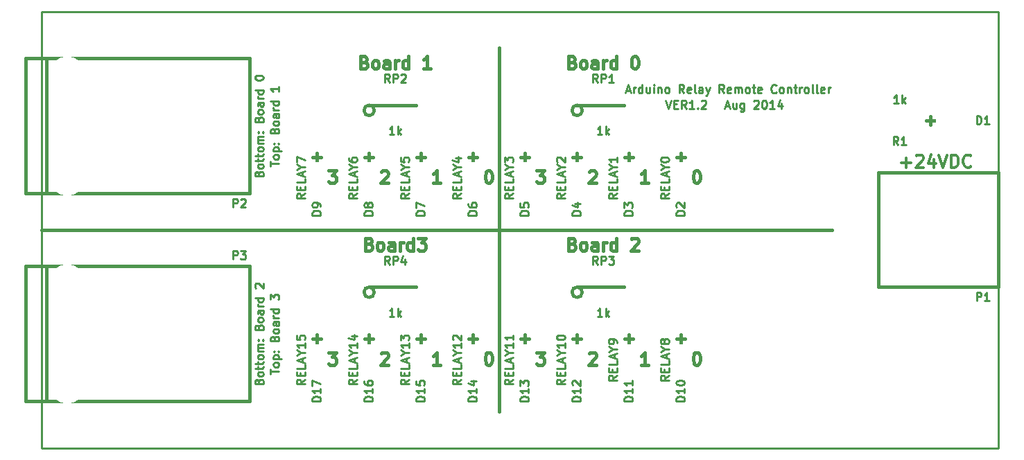
<source format=gto>
G04 (created by PCBNEW (2013-jul-07)-stable) date Wed 20 Aug 2014 03:54:36 PM EDT*
%MOIN*%
G04 Gerber Fmt 3.4, Leading zero omitted, Abs format*
%FSLAX34Y34*%
G01*
G70*
G90*
G04 APERTURE LIST*
%ADD10C,0.00590551*%
%ADD11C,0.01*%
%ADD12C,0.015*%
%ADD13C,0.009*%
%ADD14C,0.005*%
%ADD15C,0.012*%
%ADD16C,0.175*%
%ADD17O,0.08X0.12*%
%ADD18C,0.08*%
%ADD19C,0.096*%
%ADD20C,0.16*%
%ADD21C,0.18*%
%ADD22R,0.07X0.12*%
%ADD23R,0.036X0.049*%
%ADD24R,0.067X0.067*%
%ADD25C,0.17*%
G04 APERTURE END LIST*
G54D10*
G54D11*
X54511Y-47933D02*
X54511Y-47704D01*
X54911Y-47819D02*
X54511Y-47819D01*
X54911Y-47514D02*
X54892Y-47552D01*
X54873Y-47571D01*
X54835Y-47590D01*
X54721Y-47590D01*
X54683Y-47571D01*
X54664Y-47552D01*
X54645Y-47514D01*
X54645Y-47457D01*
X54664Y-47419D01*
X54683Y-47400D01*
X54721Y-47380D01*
X54835Y-47380D01*
X54873Y-47400D01*
X54892Y-47419D01*
X54911Y-47457D01*
X54911Y-47514D01*
X54645Y-47209D02*
X55045Y-47209D01*
X54664Y-47209D02*
X54645Y-47171D01*
X54645Y-47095D01*
X54664Y-47057D01*
X54683Y-47038D01*
X54721Y-47019D01*
X54835Y-47019D01*
X54873Y-47038D01*
X54892Y-47057D01*
X54911Y-47095D01*
X54911Y-47171D01*
X54892Y-47209D01*
X54873Y-46847D02*
X54892Y-46828D01*
X54911Y-46847D01*
X54892Y-46866D01*
X54873Y-46847D01*
X54911Y-46847D01*
X54664Y-46847D02*
X54683Y-46828D01*
X54702Y-46847D01*
X54683Y-46866D01*
X54664Y-46847D01*
X54702Y-46847D01*
X54702Y-46219D02*
X54721Y-46161D01*
X54740Y-46142D01*
X54778Y-46123D01*
X54835Y-46123D01*
X54873Y-46142D01*
X54892Y-46161D01*
X54911Y-46200D01*
X54911Y-46352D01*
X54511Y-46352D01*
X54511Y-46219D01*
X54530Y-46180D01*
X54550Y-46161D01*
X54588Y-46142D01*
X54626Y-46142D01*
X54664Y-46161D01*
X54683Y-46180D01*
X54702Y-46219D01*
X54702Y-46352D01*
X54911Y-45895D02*
X54892Y-45933D01*
X54873Y-45952D01*
X54835Y-45971D01*
X54721Y-45971D01*
X54683Y-45952D01*
X54664Y-45933D01*
X54645Y-45895D01*
X54645Y-45838D01*
X54664Y-45800D01*
X54683Y-45780D01*
X54721Y-45761D01*
X54835Y-45761D01*
X54873Y-45780D01*
X54892Y-45800D01*
X54911Y-45838D01*
X54911Y-45895D01*
X54911Y-45419D02*
X54702Y-45419D01*
X54664Y-45438D01*
X54645Y-45476D01*
X54645Y-45552D01*
X54664Y-45590D01*
X54892Y-45419D02*
X54911Y-45457D01*
X54911Y-45552D01*
X54892Y-45590D01*
X54854Y-45609D01*
X54816Y-45609D01*
X54778Y-45590D01*
X54759Y-45552D01*
X54759Y-45457D01*
X54740Y-45419D01*
X54911Y-45228D02*
X54645Y-45228D01*
X54721Y-45228D02*
X54683Y-45209D01*
X54664Y-45190D01*
X54645Y-45152D01*
X54645Y-45114D01*
X54911Y-44809D02*
X54511Y-44809D01*
X54892Y-44809D02*
X54911Y-44847D01*
X54911Y-44923D01*
X54892Y-44961D01*
X54873Y-44980D01*
X54835Y-45000D01*
X54721Y-45000D01*
X54683Y-44980D01*
X54664Y-44961D01*
X54645Y-44923D01*
X54645Y-44847D01*
X54664Y-44809D01*
X54511Y-44352D02*
X54511Y-44104D01*
X54664Y-44238D01*
X54664Y-44180D01*
X54683Y-44142D01*
X54702Y-44123D01*
X54740Y-44104D01*
X54835Y-44104D01*
X54873Y-44123D01*
X54892Y-44142D01*
X54911Y-44180D01*
X54911Y-44295D01*
X54892Y-44333D01*
X54873Y-44352D01*
X53952Y-48285D02*
X53971Y-48228D01*
X53990Y-48209D01*
X54028Y-48190D01*
X54085Y-48190D01*
X54123Y-48209D01*
X54142Y-48228D01*
X54161Y-48266D01*
X54161Y-48419D01*
X53761Y-48419D01*
X53761Y-48285D01*
X53780Y-48247D01*
X53800Y-48228D01*
X53838Y-48209D01*
X53876Y-48209D01*
X53914Y-48228D01*
X53933Y-48247D01*
X53952Y-48285D01*
X53952Y-48419D01*
X54161Y-47961D02*
X54142Y-47999D01*
X54123Y-48019D01*
X54085Y-48038D01*
X53971Y-48038D01*
X53933Y-48019D01*
X53914Y-47999D01*
X53895Y-47961D01*
X53895Y-47904D01*
X53914Y-47866D01*
X53933Y-47847D01*
X53971Y-47828D01*
X54085Y-47828D01*
X54123Y-47847D01*
X54142Y-47866D01*
X54161Y-47904D01*
X54161Y-47961D01*
X53895Y-47714D02*
X53895Y-47561D01*
X53761Y-47657D02*
X54104Y-47657D01*
X54142Y-47638D01*
X54161Y-47599D01*
X54161Y-47561D01*
X53895Y-47485D02*
X53895Y-47333D01*
X53761Y-47428D02*
X54104Y-47428D01*
X54142Y-47409D01*
X54161Y-47371D01*
X54161Y-47333D01*
X54161Y-47142D02*
X54142Y-47180D01*
X54123Y-47200D01*
X54085Y-47219D01*
X53971Y-47219D01*
X53933Y-47200D01*
X53914Y-47180D01*
X53895Y-47142D01*
X53895Y-47085D01*
X53914Y-47047D01*
X53933Y-47028D01*
X53971Y-47009D01*
X54085Y-47009D01*
X54123Y-47028D01*
X54142Y-47047D01*
X54161Y-47085D01*
X54161Y-47142D01*
X54161Y-46838D02*
X53895Y-46838D01*
X53933Y-46838D02*
X53914Y-46819D01*
X53895Y-46780D01*
X53895Y-46723D01*
X53914Y-46685D01*
X53952Y-46666D01*
X54161Y-46666D01*
X53952Y-46666D02*
X53914Y-46647D01*
X53895Y-46609D01*
X53895Y-46552D01*
X53914Y-46514D01*
X53952Y-46495D01*
X54161Y-46495D01*
X54123Y-46304D02*
X54142Y-46285D01*
X54161Y-46304D01*
X54142Y-46323D01*
X54123Y-46304D01*
X54161Y-46304D01*
X53914Y-46304D02*
X53933Y-46285D01*
X53952Y-46304D01*
X53933Y-46323D01*
X53914Y-46304D01*
X53952Y-46304D01*
X53952Y-45676D02*
X53971Y-45619D01*
X53990Y-45600D01*
X54028Y-45580D01*
X54085Y-45580D01*
X54123Y-45600D01*
X54142Y-45619D01*
X54161Y-45657D01*
X54161Y-45809D01*
X53761Y-45809D01*
X53761Y-45676D01*
X53780Y-45638D01*
X53800Y-45619D01*
X53838Y-45600D01*
X53876Y-45600D01*
X53914Y-45619D01*
X53933Y-45638D01*
X53952Y-45676D01*
X53952Y-45809D01*
X54161Y-45352D02*
X54142Y-45390D01*
X54123Y-45409D01*
X54085Y-45428D01*
X53971Y-45428D01*
X53933Y-45409D01*
X53914Y-45390D01*
X53895Y-45352D01*
X53895Y-45295D01*
X53914Y-45257D01*
X53933Y-45238D01*
X53971Y-45219D01*
X54085Y-45219D01*
X54123Y-45238D01*
X54142Y-45257D01*
X54161Y-45295D01*
X54161Y-45352D01*
X54161Y-44876D02*
X53952Y-44876D01*
X53914Y-44895D01*
X53895Y-44933D01*
X53895Y-45009D01*
X53914Y-45047D01*
X54142Y-44876D02*
X54161Y-44914D01*
X54161Y-45009D01*
X54142Y-45047D01*
X54104Y-45066D01*
X54066Y-45066D01*
X54028Y-45047D01*
X54009Y-45009D01*
X54009Y-44914D01*
X53990Y-44876D01*
X54161Y-44685D02*
X53895Y-44685D01*
X53971Y-44685D02*
X53933Y-44666D01*
X53914Y-44647D01*
X53895Y-44609D01*
X53895Y-44571D01*
X54161Y-44266D02*
X53761Y-44266D01*
X54142Y-44266D02*
X54161Y-44304D01*
X54161Y-44380D01*
X54142Y-44419D01*
X54123Y-44438D01*
X54085Y-44457D01*
X53971Y-44457D01*
X53933Y-44438D01*
X53914Y-44419D01*
X53895Y-44380D01*
X53895Y-44304D01*
X53914Y-44266D01*
X53800Y-43790D02*
X53780Y-43771D01*
X53761Y-43733D01*
X53761Y-43638D01*
X53780Y-43600D01*
X53800Y-43580D01*
X53838Y-43561D01*
X53876Y-43561D01*
X53933Y-43580D01*
X54161Y-43809D01*
X54161Y-43561D01*
X54511Y-37933D02*
X54511Y-37704D01*
X54911Y-37819D02*
X54511Y-37819D01*
X54911Y-37514D02*
X54892Y-37552D01*
X54873Y-37571D01*
X54835Y-37590D01*
X54721Y-37590D01*
X54683Y-37571D01*
X54664Y-37552D01*
X54645Y-37514D01*
X54645Y-37457D01*
X54664Y-37419D01*
X54683Y-37400D01*
X54721Y-37380D01*
X54835Y-37380D01*
X54873Y-37400D01*
X54892Y-37419D01*
X54911Y-37457D01*
X54911Y-37514D01*
X54645Y-37209D02*
X55045Y-37209D01*
X54664Y-37209D02*
X54645Y-37171D01*
X54645Y-37095D01*
X54664Y-37057D01*
X54683Y-37038D01*
X54721Y-37019D01*
X54835Y-37019D01*
X54873Y-37038D01*
X54892Y-37057D01*
X54911Y-37095D01*
X54911Y-37171D01*
X54892Y-37209D01*
X54873Y-36847D02*
X54892Y-36828D01*
X54911Y-36847D01*
X54892Y-36866D01*
X54873Y-36847D01*
X54911Y-36847D01*
X54664Y-36847D02*
X54683Y-36828D01*
X54702Y-36847D01*
X54683Y-36866D01*
X54664Y-36847D01*
X54702Y-36847D01*
X54702Y-36219D02*
X54721Y-36161D01*
X54740Y-36142D01*
X54778Y-36123D01*
X54835Y-36123D01*
X54873Y-36142D01*
X54892Y-36161D01*
X54911Y-36200D01*
X54911Y-36352D01*
X54511Y-36352D01*
X54511Y-36219D01*
X54530Y-36180D01*
X54550Y-36161D01*
X54588Y-36142D01*
X54626Y-36142D01*
X54664Y-36161D01*
X54683Y-36180D01*
X54702Y-36219D01*
X54702Y-36352D01*
X54911Y-35895D02*
X54892Y-35933D01*
X54873Y-35952D01*
X54835Y-35971D01*
X54721Y-35971D01*
X54683Y-35952D01*
X54664Y-35933D01*
X54645Y-35895D01*
X54645Y-35838D01*
X54664Y-35800D01*
X54683Y-35780D01*
X54721Y-35761D01*
X54835Y-35761D01*
X54873Y-35780D01*
X54892Y-35800D01*
X54911Y-35838D01*
X54911Y-35895D01*
X54911Y-35419D02*
X54702Y-35419D01*
X54664Y-35438D01*
X54645Y-35476D01*
X54645Y-35552D01*
X54664Y-35590D01*
X54892Y-35419D02*
X54911Y-35457D01*
X54911Y-35552D01*
X54892Y-35590D01*
X54854Y-35609D01*
X54816Y-35609D01*
X54778Y-35590D01*
X54759Y-35552D01*
X54759Y-35457D01*
X54740Y-35419D01*
X54911Y-35228D02*
X54645Y-35228D01*
X54721Y-35228D02*
X54683Y-35209D01*
X54664Y-35190D01*
X54645Y-35152D01*
X54645Y-35114D01*
X54911Y-34809D02*
X54511Y-34809D01*
X54892Y-34809D02*
X54911Y-34847D01*
X54911Y-34923D01*
X54892Y-34961D01*
X54873Y-34980D01*
X54835Y-35000D01*
X54721Y-35000D01*
X54683Y-34980D01*
X54664Y-34961D01*
X54645Y-34923D01*
X54645Y-34847D01*
X54664Y-34809D01*
X54911Y-34104D02*
X54911Y-34333D01*
X54911Y-34219D02*
X54511Y-34219D01*
X54569Y-34257D01*
X54607Y-34295D01*
X54626Y-34333D01*
X53952Y-38285D02*
X53971Y-38228D01*
X53990Y-38209D01*
X54028Y-38190D01*
X54085Y-38190D01*
X54123Y-38209D01*
X54142Y-38228D01*
X54161Y-38266D01*
X54161Y-38419D01*
X53761Y-38419D01*
X53761Y-38285D01*
X53780Y-38247D01*
X53800Y-38228D01*
X53838Y-38209D01*
X53876Y-38209D01*
X53914Y-38228D01*
X53933Y-38247D01*
X53952Y-38285D01*
X53952Y-38419D01*
X54161Y-37961D02*
X54142Y-37999D01*
X54123Y-38019D01*
X54085Y-38038D01*
X53971Y-38038D01*
X53933Y-38019D01*
X53914Y-37999D01*
X53895Y-37961D01*
X53895Y-37904D01*
X53914Y-37866D01*
X53933Y-37847D01*
X53971Y-37828D01*
X54085Y-37828D01*
X54123Y-37847D01*
X54142Y-37866D01*
X54161Y-37904D01*
X54161Y-37961D01*
X53895Y-37714D02*
X53895Y-37561D01*
X53761Y-37657D02*
X54104Y-37657D01*
X54142Y-37638D01*
X54161Y-37599D01*
X54161Y-37561D01*
X53895Y-37485D02*
X53895Y-37333D01*
X53761Y-37428D02*
X54104Y-37428D01*
X54142Y-37409D01*
X54161Y-37371D01*
X54161Y-37333D01*
X54161Y-37142D02*
X54142Y-37180D01*
X54123Y-37200D01*
X54085Y-37219D01*
X53971Y-37219D01*
X53933Y-37200D01*
X53914Y-37180D01*
X53895Y-37142D01*
X53895Y-37085D01*
X53914Y-37047D01*
X53933Y-37028D01*
X53971Y-37009D01*
X54085Y-37009D01*
X54123Y-37028D01*
X54142Y-37047D01*
X54161Y-37085D01*
X54161Y-37142D01*
X54161Y-36838D02*
X53895Y-36838D01*
X53933Y-36838D02*
X53914Y-36819D01*
X53895Y-36780D01*
X53895Y-36723D01*
X53914Y-36685D01*
X53952Y-36666D01*
X54161Y-36666D01*
X53952Y-36666D02*
X53914Y-36647D01*
X53895Y-36609D01*
X53895Y-36552D01*
X53914Y-36514D01*
X53952Y-36495D01*
X54161Y-36495D01*
X54123Y-36304D02*
X54142Y-36285D01*
X54161Y-36304D01*
X54142Y-36323D01*
X54123Y-36304D01*
X54161Y-36304D01*
X53914Y-36304D02*
X53933Y-36285D01*
X53952Y-36304D01*
X53933Y-36323D01*
X53914Y-36304D01*
X53952Y-36304D01*
X53952Y-35676D02*
X53971Y-35619D01*
X53990Y-35600D01*
X54028Y-35580D01*
X54085Y-35580D01*
X54123Y-35600D01*
X54142Y-35619D01*
X54161Y-35657D01*
X54161Y-35809D01*
X53761Y-35809D01*
X53761Y-35676D01*
X53780Y-35638D01*
X53800Y-35619D01*
X53838Y-35600D01*
X53876Y-35600D01*
X53914Y-35619D01*
X53933Y-35638D01*
X53952Y-35676D01*
X53952Y-35809D01*
X54161Y-35352D02*
X54142Y-35390D01*
X54123Y-35409D01*
X54085Y-35428D01*
X53971Y-35428D01*
X53933Y-35409D01*
X53914Y-35390D01*
X53895Y-35352D01*
X53895Y-35295D01*
X53914Y-35257D01*
X53933Y-35238D01*
X53971Y-35219D01*
X54085Y-35219D01*
X54123Y-35238D01*
X54142Y-35257D01*
X54161Y-35295D01*
X54161Y-35352D01*
X54161Y-34876D02*
X53952Y-34876D01*
X53914Y-34895D01*
X53895Y-34933D01*
X53895Y-35009D01*
X53914Y-35047D01*
X54142Y-34876D02*
X54161Y-34914D01*
X54161Y-35009D01*
X54142Y-35047D01*
X54104Y-35066D01*
X54066Y-35066D01*
X54028Y-35047D01*
X54009Y-35009D01*
X54009Y-34914D01*
X53990Y-34876D01*
X54161Y-34685D02*
X53895Y-34685D01*
X53971Y-34685D02*
X53933Y-34666D01*
X53914Y-34647D01*
X53895Y-34609D01*
X53895Y-34571D01*
X54161Y-34266D02*
X53761Y-34266D01*
X54142Y-34266D02*
X54161Y-34304D01*
X54161Y-34380D01*
X54142Y-34419D01*
X54123Y-34438D01*
X54085Y-34457D01*
X53971Y-34457D01*
X53933Y-34438D01*
X53914Y-34419D01*
X53895Y-34380D01*
X53895Y-34304D01*
X53914Y-34266D01*
X53761Y-33695D02*
X53761Y-33657D01*
X53780Y-33619D01*
X53800Y-33600D01*
X53838Y-33580D01*
X53914Y-33561D01*
X54009Y-33561D01*
X54085Y-33580D01*
X54123Y-33600D01*
X54142Y-33619D01*
X54161Y-33657D01*
X54161Y-33695D01*
X54142Y-33733D01*
X54123Y-33752D01*
X54085Y-33771D01*
X54009Y-33790D01*
X53914Y-33790D01*
X53838Y-33771D01*
X53800Y-33752D01*
X53780Y-33733D01*
X53761Y-33695D01*
G54D12*
X57300Y-46892D02*
X57671Y-46892D01*
X57471Y-47121D01*
X57557Y-47121D01*
X57614Y-47150D01*
X57642Y-47178D01*
X57671Y-47235D01*
X57671Y-47378D01*
X57642Y-47435D01*
X57614Y-47464D01*
X57557Y-47492D01*
X57385Y-47492D01*
X57328Y-47464D01*
X57300Y-47435D01*
X57300Y-38142D02*
X57671Y-38142D01*
X57471Y-38371D01*
X57557Y-38371D01*
X57614Y-38400D01*
X57642Y-38428D01*
X57671Y-38485D01*
X57671Y-38628D01*
X57642Y-38685D01*
X57614Y-38714D01*
X57557Y-38742D01*
X57385Y-38742D01*
X57328Y-38714D01*
X57300Y-38685D01*
X67300Y-46892D02*
X67671Y-46892D01*
X67471Y-47121D01*
X67557Y-47121D01*
X67614Y-47150D01*
X67642Y-47178D01*
X67671Y-47235D01*
X67671Y-47378D01*
X67642Y-47435D01*
X67614Y-47464D01*
X67557Y-47492D01*
X67385Y-47492D01*
X67328Y-47464D01*
X67300Y-47435D01*
X59828Y-46950D02*
X59857Y-46921D01*
X59914Y-46892D01*
X60057Y-46892D01*
X60114Y-46921D01*
X60142Y-46950D01*
X60171Y-47007D01*
X60171Y-47064D01*
X60142Y-47150D01*
X59800Y-47492D01*
X60171Y-47492D01*
X59828Y-38200D02*
X59857Y-38171D01*
X59914Y-38142D01*
X60057Y-38142D01*
X60114Y-38171D01*
X60142Y-38200D01*
X60171Y-38257D01*
X60171Y-38314D01*
X60142Y-38400D01*
X59800Y-38742D01*
X60171Y-38742D01*
X69828Y-46950D02*
X69857Y-46921D01*
X69914Y-46892D01*
X70057Y-46892D01*
X70114Y-46921D01*
X70142Y-46950D01*
X70171Y-47007D01*
X70171Y-47064D01*
X70142Y-47150D01*
X69800Y-47492D01*
X70171Y-47492D01*
X62671Y-47492D02*
X62328Y-47492D01*
X62500Y-47492D02*
X62500Y-46892D01*
X62442Y-46978D01*
X62385Y-47035D01*
X62328Y-47064D01*
X62671Y-38742D02*
X62328Y-38742D01*
X62500Y-38742D02*
X62500Y-38142D01*
X62442Y-38228D01*
X62385Y-38285D01*
X62328Y-38314D01*
X72671Y-47492D02*
X72328Y-47492D01*
X72500Y-47492D02*
X72500Y-46892D01*
X72442Y-46978D01*
X72385Y-47035D01*
X72328Y-47064D01*
X64971Y-46892D02*
X65028Y-46892D01*
X65085Y-46921D01*
X65114Y-46950D01*
X65142Y-47007D01*
X65171Y-47121D01*
X65171Y-47264D01*
X65142Y-47378D01*
X65114Y-47435D01*
X65085Y-47464D01*
X65028Y-47492D01*
X64971Y-47492D01*
X64914Y-47464D01*
X64885Y-47435D01*
X64857Y-47378D01*
X64828Y-47264D01*
X64828Y-47121D01*
X64857Y-47007D01*
X64885Y-46950D01*
X64914Y-46921D01*
X64971Y-46892D01*
X64971Y-38142D02*
X65028Y-38142D01*
X65085Y-38171D01*
X65114Y-38200D01*
X65142Y-38257D01*
X65171Y-38371D01*
X65171Y-38514D01*
X65142Y-38628D01*
X65114Y-38685D01*
X65085Y-38714D01*
X65028Y-38742D01*
X64971Y-38742D01*
X64914Y-38714D01*
X64885Y-38685D01*
X64857Y-38628D01*
X64828Y-38514D01*
X64828Y-38371D01*
X64857Y-38257D01*
X64885Y-38200D01*
X64914Y-38171D01*
X64971Y-38142D01*
X74971Y-46892D02*
X75028Y-46892D01*
X75085Y-46921D01*
X75114Y-46950D01*
X75142Y-47007D01*
X75171Y-47121D01*
X75171Y-47264D01*
X75142Y-47378D01*
X75114Y-47435D01*
X75085Y-47464D01*
X75028Y-47492D01*
X74971Y-47492D01*
X74914Y-47464D01*
X74885Y-47435D01*
X74857Y-47378D01*
X74828Y-47264D01*
X74828Y-47121D01*
X74857Y-47007D01*
X74885Y-46950D01*
X74914Y-46921D01*
X74971Y-46892D01*
X67300Y-38142D02*
X67671Y-38142D01*
X67471Y-38371D01*
X67557Y-38371D01*
X67614Y-38400D01*
X67642Y-38428D01*
X67671Y-38485D01*
X67671Y-38628D01*
X67642Y-38685D01*
X67614Y-38714D01*
X67557Y-38742D01*
X67385Y-38742D01*
X67328Y-38714D01*
X67300Y-38685D01*
X69828Y-38200D02*
X69857Y-38171D01*
X69914Y-38142D01*
X70057Y-38142D01*
X70114Y-38171D01*
X70142Y-38200D01*
X70171Y-38257D01*
X70171Y-38314D01*
X70142Y-38400D01*
X69800Y-38742D01*
X70171Y-38742D01*
X72671Y-38742D02*
X72328Y-38742D01*
X72500Y-38742D02*
X72500Y-38142D01*
X72442Y-38228D01*
X72385Y-38285D01*
X72328Y-38314D01*
X74971Y-38142D02*
X75028Y-38142D01*
X75085Y-38171D01*
X75114Y-38200D01*
X75142Y-38257D01*
X75171Y-38371D01*
X75171Y-38514D01*
X75142Y-38628D01*
X75114Y-38685D01*
X75085Y-38714D01*
X75028Y-38742D01*
X74971Y-38742D01*
X74914Y-38714D01*
X74885Y-38685D01*
X74857Y-38628D01*
X74828Y-38514D01*
X74828Y-38371D01*
X74857Y-38257D01*
X74885Y-38200D01*
X74914Y-38171D01*
X74971Y-38142D01*
X59257Y-41678D02*
X59342Y-41707D01*
X59371Y-41735D01*
X59400Y-41792D01*
X59400Y-41878D01*
X59371Y-41935D01*
X59342Y-41964D01*
X59285Y-41992D01*
X59057Y-41992D01*
X59057Y-41392D01*
X59257Y-41392D01*
X59314Y-41421D01*
X59342Y-41450D01*
X59371Y-41507D01*
X59371Y-41564D01*
X59342Y-41621D01*
X59314Y-41650D01*
X59257Y-41678D01*
X59057Y-41678D01*
X59742Y-41992D02*
X59685Y-41964D01*
X59657Y-41935D01*
X59628Y-41878D01*
X59628Y-41707D01*
X59657Y-41650D01*
X59685Y-41621D01*
X59742Y-41592D01*
X59828Y-41592D01*
X59885Y-41621D01*
X59914Y-41650D01*
X59942Y-41707D01*
X59942Y-41878D01*
X59914Y-41935D01*
X59885Y-41964D01*
X59828Y-41992D01*
X59742Y-41992D01*
X60457Y-41992D02*
X60457Y-41678D01*
X60428Y-41621D01*
X60371Y-41592D01*
X60257Y-41592D01*
X60200Y-41621D01*
X60457Y-41964D02*
X60400Y-41992D01*
X60257Y-41992D01*
X60200Y-41964D01*
X60171Y-41907D01*
X60171Y-41850D01*
X60200Y-41792D01*
X60257Y-41764D01*
X60400Y-41764D01*
X60457Y-41735D01*
X60742Y-41992D02*
X60742Y-41592D01*
X60742Y-41707D02*
X60771Y-41650D01*
X60800Y-41621D01*
X60857Y-41592D01*
X60914Y-41592D01*
X61371Y-41992D02*
X61371Y-41392D01*
X61371Y-41964D02*
X61314Y-41992D01*
X61200Y-41992D01*
X61142Y-41964D01*
X61114Y-41935D01*
X61085Y-41878D01*
X61085Y-41707D01*
X61114Y-41650D01*
X61142Y-41621D01*
X61200Y-41592D01*
X61314Y-41592D01*
X61371Y-41621D01*
X61600Y-41392D02*
X61971Y-41392D01*
X61771Y-41621D01*
X61857Y-41621D01*
X61914Y-41650D01*
X61942Y-41678D01*
X61971Y-41735D01*
X61971Y-41878D01*
X61942Y-41935D01*
X61914Y-41964D01*
X61857Y-41992D01*
X61685Y-41992D01*
X61628Y-41964D01*
X61600Y-41935D01*
X69028Y-41678D02*
X69114Y-41707D01*
X69142Y-41735D01*
X69171Y-41792D01*
X69171Y-41878D01*
X69142Y-41935D01*
X69114Y-41964D01*
X69057Y-41992D01*
X68828Y-41992D01*
X68828Y-41392D01*
X69028Y-41392D01*
X69085Y-41421D01*
X69114Y-41450D01*
X69142Y-41507D01*
X69142Y-41564D01*
X69114Y-41621D01*
X69085Y-41650D01*
X69028Y-41678D01*
X68828Y-41678D01*
X69514Y-41992D02*
X69457Y-41964D01*
X69428Y-41935D01*
X69400Y-41878D01*
X69400Y-41707D01*
X69428Y-41650D01*
X69457Y-41621D01*
X69514Y-41592D01*
X69600Y-41592D01*
X69657Y-41621D01*
X69685Y-41650D01*
X69714Y-41707D01*
X69714Y-41878D01*
X69685Y-41935D01*
X69657Y-41964D01*
X69600Y-41992D01*
X69514Y-41992D01*
X70228Y-41992D02*
X70228Y-41678D01*
X70200Y-41621D01*
X70142Y-41592D01*
X70028Y-41592D01*
X69971Y-41621D01*
X70228Y-41964D02*
X70171Y-41992D01*
X70028Y-41992D01*
X69971Y-41964D01*
X69942Y-41907D01*
X69942Y-41850D01*
X69971Y-41792D01*
X70028Y-41764D01*
X70171Y-41764D01*
X70228Y-41735D01*
X70514Y-41992D02*
X70514Y-41592D01*
X70514Y-41707D02*
X70542Y-41650D01*
X70571Y-41621D01*
X70628Y-41592D01*
X70685Y-41592D01*
X71142Y-41992D02*
X71142Y-41392D01*
X71142Y-41964D02*
X71085Y-41992D01*
X70971Y-41992D01*
X70914Y-41964D01*
X70885Y-41935D01*
X70857Y-41878D01*
X70857Y-41707D01*
X70885Y-41650D01*
X70914Y-41621D01*
X70971Y-41592D01*
X71085Y-41592D01*
X71142Y-41621D01*
X71857Y-41450D02*
X71885Y-41421D01*
X71942Y-41392D01*
X72085Y-41392D01*
X72142Y-41421D01*
X72171Y-41450D01*
X72200Y-41507D01*
X72200Y-41564D01*
X72171Y-41650D01*
X71828Y-41992D01*
X72200Y-41992D01*
X59028Y-32928D02*
X59114Y-32957D01*
X59142Y-32985D01*
X59171Y-33042D01*
X59171Y-33128D01*
X59142Y-33185D01*
X59114Y-33214D01*
X59057Y-33242D01*
X58828Y-33242D01*
X58828Y-32642D01*
X59028Y-32642D01*
X59085Y-32671D01*
X59114Y-32700D01*
X59142Y-32757D01*
X59142Y-32814D01*
X59114Y-32871D01*
X59085Y-32900D01*
X59028Y-32928D01*
X58828Y-32928D01*
X59514Y-33242D02*
X59457Y-33214D01*
X59428Y-33185D01*
X59400Y-33128D01*
X59400Y-32957D01*
X59428Y-32900D01*
X59457Y-32871D01*
X59514Y-32842D01*
X59600Y-32842D01*
X59657Y-32871D01*
X59685Y-32900D01*
X59714Y-32957D01*
X59714Y-33128D01*
X59685Y-33185D01*
X59657Y-33214D01*
X59600Y-33242D01*
X59514Y-33242D01*
X60228Y-33242D02*
X60228Y-32928D01*
X60200Y-32871D01*
X60142Y-32842D01*
X60028Y-32842D01*
X59971Y-32871D01*
X60228Y-33214D02*
X60171Y-33242D01*
X60028Y-33242D01*
X59971Y-33214D01*
X59942Y-33157D01*
X59942Y-33100D01*
X59971Y-33042D01*
X60028Y-33014D01*
X60171Y-33014D01*
X60228Y-32985D01*
X60514Y-33242D02*
X60514Y-32842D01*
X60514Y-32957D02*
X60542Y-32900D01*
X60571Y-32871D01*
X60628Y-32842D01*
X60685Y-32842D01*
X61142Y-33242D02*
X61142Y-32642D01*
X61142Y-33214D02*
X61085Y-33242D01*
X60971Y-33242D01*
X60914Y-33214D01*
X60885Y-33185D01*
X60857Y-33128D01*
X60857Y-32957D01*
X60885Y-32900D01*
X60914Y-32871D01*
X60971Y-32842D01*
X61085Y-32842D01*
X61142Y-32871D01*
X62200Y-33242D02*
X61857Y-33242D01*
X62028Y-33242D02*
X62028Y-32642D01*
X61971Y-32728D01*
X61914Y-32785D01*
X61857Y-32814D01*
X69028Y-32928D02*
X69114Y-32957D01*
X69142Y-32985D01*
X69171Y-33042D01*
X69171Y-33128D01*
X69142Y-33185D01*
X69114Y-33214D01*
X69057Y-33242D01*
X68828Y-33242D01*
X68828Y-32642D01*
X69028Y-32642D01*
X69085Y-32671D01*
X69114Y-32700D01*
X69142Y-32757D01*
X69142Y-32814D01*
X69114Y-32871D01*
X69085Y-32900D01*
X69028Y-32928D01*
X68828Y-32928D01*
X69514Y-33242D02*
X69457Y-33214D01*
X69428Y-33185D01*
X69400Y-33128D01*
X69400Y-32957D01*
X69428Y-32900D01*
X69457Y-32871D01*
X69514Y-32842D01*
X69600Y-32842D01*
X69657Y-32871D01*
X69685Y-32900D01*
X69714Y-32957D01*
X69714Y-33128D01*
X69685Y-33185D01*
X69657Y-33214D01*
X69600Y-33242D01*
X69514Y-33242D01*
X70228Y-33242D02*
X70228Y-32928D01*
X70200Y-32871D01*
X70142Y-32842D01*
X70028Y-32842D01*
X69971Y-32871D01*
X70228Y-33214D02*
X70171Y-33242D01*
X70028Y-33242D01*
X69971Y-33214D01*
X69942Y-33157D01*
X69942Y-33100D01*
X69971Y-33042D01*
X70028Y-33014D01*
X70171Y-33014D01*
X70228Y-32985D01*
X70514Y-33242D02*
X70514Y-32842D01*
X70514Y-32957D02*
X70542Y-32900D01*
X70571Y-32871D01*
X70628Y-32842D01*
X70685Y-32842D01*
X71142Y-33242D02*
X71142Y-32642D01*
X71142Y-33214D02*
X71085Y-33242D01*
X70971Y-33242D01*
X70914Y-33214D01*
X70885Y-33185D01*
X70857Y-33128D01*
X70857Y-32957D01*
X70885Y-32900D01*
X70914Y-32871D01*
X70971Y-32842D01*
X71085Y-32842D01*
X71142Y-32871D01*
X72000Y-32642D02*
X72057Y-32642D01*
X72114Y-32671D01*
X72142Y-32700D01*
X72171Y-32757D01*
X72200Y-32871D01*
X72200Y-33014D01*
X72171Y-33128D01*
X72142Y-33185D01*
X72114Y-33214D01*
X72057Y-33242D01*
X72000Y-33242D01*
X71942Y-33214D01*
X71914Y-33185D01*
X71885Y-33128D01*
X71857Y-33014D01*
X71857Y-32871D01*
X71885Y-32757D01*
X71914Y-32700D01*
X71942Y-32671D01*
X72000Y-32642D01*
X65500Y-32250D02*
X65500Y-49750D01*
X43500Y-41000D02*
X81500Y-41000D01*
G54D13*
X89500Y-51500D02*
X43500Y-51500D01*
X43500Y-30500D02*
X89500Y-30500D01*
X43500Y-30500D02*
X43500Y-51500D01*
G54D11*
X71604Y-34297D02*
X71795Y-34297D01*
X71566Y-34411D02*
X71700Y-34011D01*
X71833Y-34411D01*
X71966Y-34411D02*
X71966Y-34145D01*
X71966Y-34221D02*
X71985Y-34183D01*
X72004Y-34164D01*
X72042Y-34145D01*
X72080Y-34145D01*
X72385Y-34411D02*
X72385Y-34011D01*
X72385Y-34392D02*
X72347Y-34411D01*
X72271Y-34411D01*
X72233Y-34392D01*
X72214Y-34373D01*
X72195Y-34335D01*
X72195Y-34221D01*
X72214Y-34183D01*
X72233Y-34164D01*
X72271Y-34145D01*
X72347Y-34145D01*
X72385Y-34164D01*
X72747Y-34145D02*
X72747Y-34411D01*
X72576Y-34145D02*
X72576Y-34354D01*
X72595Y-34392D01*
X72633Y-34411D01*
X72690Y-34411D01*
X72728Y-34392D01*
X72747Y-34373D01*
X72938Y-34411D02*
X72938Y-34145D01*
X72938Y-34011D02*
X72919Y-34030D01*
X72938Y-34050D01*
X72957Y-34030D01*
X72938Y-34011D01*
X72938Y-34050D01*
X73128Y-34145D02*
X73128Y-34411D01*
X73128Y-34183D02*
X73147Y-34164D01*
X73185Y-34145D01*
X73242Y-34145D01*
X73280Y-34164D01*
X73300Y-34202D01*
X73300Y-34411D01*
X73547Y-34411D02*
X73509Y-34392D01*
X73490Y-34373D01*
X73471Y-34335D01*
X73471Y-34221D01*
X73490Y-34183D01*
X73509Y-34164D01*
X73547Y-34145D01*
X73604Y-34145D01*
X73642Y-34164D01*
X73661Y-34183D01*
X73680Y-34221D01*
X73680Y-34335D01*
X73661Y-34373D01*
X73642Y-34392D01*
X73604Y-34411D01*
X73547Y-34411D01*
X74385Y-34411D02*
X74252Y-34221D01*
X74157Y-34411D02*
X74157Y-34011D01*
X74309Y-34011D01*
X74347Y-34030D01*
X74366Y-34050D01*
X74385Y-34088D01*
X74385Y-34145D01*
X74366Y-34183D01*
X74347Y-34202D01*
X74309Y-34221D01*
X74157Y-34221D01*
X74709Y-34392D02*
X74671Y-34411D01*
X74595Y-34411D01*
X74557Y-34392D01*
X74538Y-34354D01*
X74538Y-34202D01*
X74557Y-34164D01*
X74595Y-34145D01*
X74671Y-34145D01*
X74709Y-34164D01*
X74728Y-34202D01*
X74728Y-34240D01*
X74538Y-34278D01*
X74957Y-34411D02*
X74919Y-34392D01*
X74900Y-34354D01*
X74900Y-34011D01*
X75280Y-34411D02*
X75280Y-34202D01*
X75261Y-34164D01*
X75223Y-34145D01*
X75147Y-34145D01*
X75109Y-34164D01*
X75280Y-34392D02*
X75242Y-34411D01*
X75147Y-34411D01*
X75109Y-34392D01*
X75090Y-34354D01*
X75090Y-34316D01*
X75109Y-34278D01*
X75147Y-34259D01*
X75242Y-34259D01*
X75280Y-34240D01*
X75433Y-34145D02*
X75528Y-34411D01*
X75623Y-34145D02*
X75528Y-34411D01*
X75490Y-34507D01*
X75471Y-34526D01*
X75433Y-34545D01*
X76309Y-34411D02*
X76176Y-34221D01*
X76080Y-34411D02*
X76080Y-34011D01*
X76233Y-34011D01*
X76271Y-34030D01*
X76290Y-34050D01*
X76309Y-34088D01*
X76309Y-34145D01*
X76290Y-34183D01*
X76271Y-34202D01*
X76233Y-34221D01*
X76080Y-34221D01*
X76633Y-34392D02*
X76595Y-34411D01*
X76519Y-34411D01*
X76480Y-34392D01*
X76461Y-34354D01*
X76461Y-34202D01*
X76480Y-34164D01*
X76519Y-34145D01*
X76595Y-34145D01*
X76633Y-34164D01*
X76652Y-34202D01*
X76652Y-34240D01*
X76461Y-34278D01*
X76823Y-34411D02*
X76823Y-34145D01*
X76823Y-34183D02*
X76842Y-34164D01*
X76880Y-34145D01*
X76938Y-34145D01*
X76976Y-34164D01*
X76995Y-34202D01*
X76995Y-34411D01*
X76995Y-34202D02*
X77014Y-34164D01*
X77052Y-34145D01*
X77109Y-34145D01*
X77147Y-34164D01*
X77166Y-34202D01*
X77166Y-34411D01*
X77414Y-34411D02*
X77376Y-34392D01*
X77357Y-34373D01*
X77338Y-34335D01*
X77338Y-34221D01*
X77357Y-34183D01*
X77376Y-34164D01*
X77414Y-34145D01*
X77471Y-34145D01*
X77509Y-34164D01*
X77528Y-34183D01*
X77547Y-34221D01*
X77547Y-34335D01*
X77528Y-34373D01*
X77509Y-34392D01*
X77471Y-34411D01*
X77414Y-34411D01*
X77661Y-34145D02*
X77814Y-34145D01*
X77719Y-34011D02*
X77719Y-34354D01*
X77738Y-34392D01*
X77776Y-34411D01*
X77814Y-34411D01*
X78100Y-34392D02*
X78061Y-34411D01*
X77985Y-34411D01*
X77947Y-34392D01*
X77928Y-34354D01*
X77928Y-34202D01*
X77947Y-34164D01*
X77985Y-34145D01*
X78061Y-34145D01*
X78100Y-34164D01*
X78119Y-34202D01*
X78119Y-34240D01*
X77928Y-34278D01*
X78823Y-34373D02*
X78804Y-34392D01*
X78747Y-34411D01*
X78709Y-34411D01*
X78652Y-34392D01*
X78614Y-34354D01*
X78595Y-34316D01*
X78576Y-34240D01*
X78576Y-34183D01*
X78595Y-34107D01*
X78614Y-34069D01*
X78652Y-34030D01*
X78709Y-34011D01*
X78747Y-34011D01*
X78804Y-34030D01*
X78823Y-34050D01*
X79052Y-34411D02*
X79014Y-34392D01*
X78995Y-34373D01*
X78976Y-34335D01*
X78976Y-34221D01*
X78995Y-34183D01*
X79014Y-34164D01*
X79052Y-34145D01*
X79109Y-34145D01*
X79147Y-34164D01*
X79166Y-34183D01*
X79185Y-34221D01*
X79185Y-34335D01*
X79166Y-34373D01*
X79147Y-34392D01*
X79109Y-34411D01*
X79052Y-34411D01*
X79357Y-34145D02*
X79357Y-34411D01*
X79357Y-34183D02*
X79376Y-34164D01*
X79414Y-34145D01*
X79471Y-34145D01*
X79509Y-34164D01*
X79528Y-34202D01*
X79528Y-34411D01*
X79661Y-34145D02*
X79814Y-34145D01*
X79719Y-34011D02*
X79719Y-34354D01*
X79738Y-34392D01*
X79776Y-34411D01*
X79814Y-34411D01*
X79947Y-34411D02*
X79947Y-34145D01*
X79947Y-34221D02*
X79966Y-34183D01*
X79985Y-34164D01*
X80023Y-34145D01*
X80061Y-34145D01*
X80252Y-34411D02*
X80214Y-34392D01*
X80195Y-34373D01*
X80176Y-34335D01*
X80176Y-34221D01*
X80195Y-34183D01*
X80214Y-34164D01*
X80252Y-34145D01*
X80309Y-34145D01*
X80347Y-34164D01*
X80366Y-34183D01*
X80385Y-34221D01*
X80385Y-34335D01*
X80366Y-34373D01*
X80347Y-34392D01*
X80309Y-34411D01*
X80252Y-34411D01*
X80614Y-34411D02*
X80576Y-34392D01*
X80557Y-34354D01*
X80557Y-34011D01*
X80823Y-34411D02*
X80785Y-34392D01*
X80766Y-34354D01*
X80766Y-34011D01*
X81128Y-34392D02*
X81090Y-34411D01*
X81014Y-34411D01*
X80976Y-34392D01*
X80957Y-34354D01*
X80957Y-34202D01*
X80976Y-34164D01*
X81014Y-34145D01*
X81090Y-34145D01*
X81128Y-34164D01*
X81147Y-34202D01*
X81147Y-34240D01*
X80957Y-34278D01*
X81319Y-34411D02*
X81319Y-34145D01*
X81319Y-34221D02*
X81338Y-34183D01*
X81357Y-34164D01*
X81395Y-34145D01*
X81433Y-34145D01*
X76378Y-35047D02*
X76569Y-35047D01*
X76340Y-35161D02*
X76473Y-34761D01*
X76607Y-35161D01*
X76911Y-34895D02*
X76911Y-35161D01*
X76740Y-34895D02*
X76740Y-35104D01*
X76759Y-35142D01*
X76797Y-35161D01*
X76854Y-35161D01*
X76892Y-35142D01*
X76911Y-35123D01*
X77273Y-34895D02*
X77273Y-35219D01*
X77254Y-35257D01*
X77235Y-35276D01*
X77197Y-35295D01*
X77140Y-35295D01*
X77102Y-35276D01*
X77273Y-35142D02*
X77235Y-35161D01*
X77159Y-35161D01*
X77121Y-35142D01*
X77102Y-35123D01*
X77083Y-35085D01*
X77083Y-34971D01*
X77102Y-34933D01*
X77121Y-34914D01*
X77159Y-34895D01*
X77235Y-34895D01*
X77273Y-34914D01*
X77750Y-34800D02*
X77769Y-34780D01*
X77807Y-34761D01*
X77902Y-34761D01*
X77940Y-34780D01*
X77959Y-34800D01*
X77978Y-34838D01*
X77978Y-34876D01*
X77959Y-34933D01*
X77730Y-35161D01*
X77978Y-35161D01*
X78226Y-34761D02*
X78264Y-34761D01*
X78302Y-34780D01*
X78321Y-34800D01*
X78340Y-34838D01*
X78359Y-34914D01*
X78359Y-35009D01*
X78340Y-35085D01*
X78321Y-35123D01*
X78302Y-35142D01*
X78264Y-35161D01*
X78226Y-35161D01*
X78188Y-35142D01*
X78169Y-35123D01*
X78150Y-35085D01*
X78130Y-35009D01*
X78130Y-34914D01*
X78150Y-34838D01*
X78169Y-34800D01*
X78188Y-34780D01*
X78226Y-34761D01*
X78740Y-35161D02*
X78511Y-35161D01*
X78626Y-35161D02*
X78626Y-34761D01*
X78588Y-34819D01*
X78550Y-34857D01*
X78511Y-34876D01*
X79083Y-34895D02*
X79083Y-35161D01*
X78988Y-34742D02*
X78892Y-35028D01*
X79140Y-35028D01*
X73509Y-34761D02*
X73642Y-35161D01*
X73776Y-34761D01*
X73909Y-34952D02*
X74042Y-34952D01*
X74100Y-35161D02*
X73909Y-35161D01*
X73909Y-34761D01*
X74100Y-34761D01*
X74500Y-35161D02*
X74366Y-34971D01*
X74271Y-35161D02*
X74271Y-34761D01*
X74423Y-34761D01*
X74461Y-34780D01*
X74480Y-34800D01*
X74500Y-34838D01*
X74500Y-34895D01*
X74480Y-34933D01*
X74461Y-34952D01*
X74423Y-34971D01*
X74271Y-34971D01*
X74880Y-35161D02*
X74652Y-35161D01*
X74766Y-35161D02*
X74766Y-34761D01*
X74728Y-34819D01*
X74690Y-34857D01*
X74652Y-34876D01*
X75052Y-35123D02*
X75071Y-35142D01*
X75052Y-35161D01*
X75033Y-35142D01*
X75052Y-35123D01*
X75052Y-35161D01*
X75223Y-34800D02*
X75242Y-34780D01*
X75280Y-34761D01*
X75376Y-34761D01*
X75414Y-34780D01*
X75433Y-34800D01*
X75452Y-34838D01*
X75452Y-34876D01*
X75433Y-34933D01*
X75204Y-35161D01*
X75452Y-35161D01*
G54D13*
X89500Y-51500D02*
X89500Y-30500D01*
G54D12*
X89500Y-38250D02*
X89500Y-43750D01*
X89500Y-43750D02*
X83750Y-43750D01*
X83750Y-43750D02*
X83750Y-38250D01*
X83750Y-38250D02*
X89500Y-38250D01*
G54D14*
X84450Y-35200D02*
X83850Y-35200D01*
X83850Y-35200D02*
X83850Y-36300D01*
X83850Y-36300D02*
X84450Y-36300D01*
X85050Y-36300D02*
X85650Y-36300D01*
X85650Y-36300D02*
X85650Y-35200D01*
X85650Y-35200D02*
X85050Y-35200D01*
G54D12*
X59250Y-35000D02*
X61500Y-35000D01*
X59500Y-35250D02*
G75*
G03X59500Y-35250I-250J0D01*
G74*
G01*
X69250Y-43750D02*
X71500Y-43750D01*
X69500Y-44000D02*
G75*
G03X69500Y-44000I-250J0D01*
G74*
G01*
X59250Y-43750D02*
X61500Y-43750D01*
X59500Y-44000D02*
G75*
G03X59500Y-44000I-250J0D01*
G74*
G01*
X69250Y-35000D02*
X71500Y-35000D01*
X69500Y-35250D02*
G75*
G03X69500Y-35250I-250J0D01*
G74*
G01*
X56550Y-37500D02*
X56950Y-37500D01*
X56750Y-37700D02*
X56750Y-37300D01*
X56550Y-46250D02*
X56950Y-46250D01*
X56750Y-46450D02*
X56750Y-46050D01*
X59050Y-46250D02*
X59450Y-46250D01*
X59250Y-46450D02*
X59250Y-46050D01*
X61550Y-46250D02*
X61950Y-46250D01*
X61750Y-46450D02*
X61750Y-46050D01*
X64050Y-46250D02*
X64450Y-46250D01*
X64250Y-46450D02*
X64250Y-46050D01*
X66550Y-46250D02*
X66950Y-46250D01*
X66750Y-46450D02*
X66750Y-46050D01*
X69050Y-46250D02*
X69450Y-46250D01*
X69250Y-46450D02*
X69250Y-46050D01*
X71550Y-46250D02*
X71950Y-46250D01*
X71750Y-46450D02*
X71750Y-46050D01*
X74050Y-46250D02*
X74450Y-46250D01*
X74250Y-46450D02*
X74250Y-46050D01*
X61550Y-37500D02*
X61950Y-37500D01*
X61750Y-37700D02*
X61750Y-37300D01*
X64050Y-37500D02*
X64450Y-37500D01*
X64250Y-37700D02*
X64250Y-37300D01*
X66550Y-37500D02*
X66950Y-37500D01*
X66750Y-37700D02*
X66750Y-37300D01*
X69050Y-37500D02*
X69450Y-37500D01*
X69250Y-37700D02*
X69250Y-37300D01*
X59050Y-37500D02*
X59450Y-37500D01*
X59250Y-37700D02*
X59250Y-37300D01*
X74050Y-37500D02*
X74450Y-37500D01*
X74250Y-37700D02*
X74250Y-37300D01*
X86250Y-35950D02*
X86250Y-35550D01*
X86450Y-35750D02*
X86050Y-35750D01*
X71550Y-37500D02*
X71950Y-37500D01*
X71750Y-37700D02*
X71750Y-37300D01*
X43750Y-42750D02*
X43750Y-49250D01*
X42750Y-42750D02*
X42750Y-49250D01*
X42750Y-49250D02*
X53500Y-49250D01*
X53500Y-49250D02*
X53500Y-42750D01*
X42750Y-42750D02*
X53500Y-42750D01*
X43750Y-32750D02*
X43750Y-39250D01*
X42750Y-32750D02*
X42750Y-39250D01*
X42750Y-39250D02*
X53500Y-39250D01*
X53500Y-39250D02*
X53500Y-32750D01*
X42750Y-32750D02*
X53500Y-32750D01*
G54D11*
X88454Y-44411D02*
X88454Y-44011D01*
X88607Y-44011D01*
X88645Y-44030D01*
X88664Y-44050D01*
X88683Y-44088D01*
X88683Y-44145D01*
X88664Y-44183D01*
X88645Y-44202D01*
X88607Y-44221D01*
X88454Y-44221D01*
X89064Y-44411D02*
X88835Y-44411D01*
X88950Y-44411D02*
X88950Y-44011D01*
X88911Y-44069D01*
X88873Y-44107D01*
X88835Y-44126D01*
G54D15*
X84842Y-37764D02*
X85300Y-37764D01*
X85071Y-37992D02*
X85071Y-37535D01*
X85557Y-37450D02*
X85585Y-37421D01*
X85642Y-37392D01*
X85785Y-37392D01*
X85842Y-37421D01*
X85871Y-37450D01*
X85900Y-37507D01*
X85900Y-37564D01*
X85871Y-37650D01*
X85528Y-37992D01*
X85900Y-37992D01*
X86414Y-37592D02*
X86414Y-37992D01*
X86271Y-37364D02*
X86128Y-37792D01*
X86500Y-37792D01*
X86642Y-37392D02*
X86842Y-37992D01*
X87042Y-37392D01*
X87242Y-37992D02*
X87242Y-37392D01*
X87385Y-37392D01*
X87471Y-37421D01*
X87528Y-37478D01*
X87557Y-37535D01*
X87585Y-37650D01*
X87585Y-37735D01*
X87557Y-37850D01*
X87528Y-37907D01*
X87471Y-37964D01*
X87385Y-37992D01*
X87242Y-37992D01*
X88185Y-37935D02*
X88157Y-37964D01*
X88071Y-37992D01*
X88014Y-37992D01*
X87928Y-37964D01*
X87871Y-37907D01*
X87842Y-37850D01*
X87814Y-37735D01*
X87814Y-37650D01*
X87842Y-37535D01*
X87871Y-37478D01*
X87928Y-37421D01*
X88014Y-37392D01*
X88071Y-37392D01*
X88157Y-37421D01*
X88185Y-37450D01*
G54D11*
X84683Y-36911D02*
X84550Y-36721D01*
X84454Y-36911D02*
X84454Y-36511D01*
X84607Y-36511D01*
X84645Y-36530D01*
X84664Y-36550D01*
X84683Y-36588D01*
X84683Y-36645D01*
X84664Y-36683D01*
X84645Y-36702D01*
X84607Y-36721D01*
X84454Y-36721D01*
X85064Y-36911D02*
X84835Y-36911D01*
X84950Y-36911D02*
X84950Y-36511D01*
X84911Y-36569D01*
X84873Y-36607D01*
X84835Y-36626D01*
X84702Y-34911D02*
X84473Y-34911D01*
X84588Y-34911D02*
X84588Y-34511D01*
X84550Y-34569D01*
X84511Y-34607D01*
X84473Y-34626D01*
X84873Y-34911D02*
X84873Y-34511D01*
X84911Y-34759D02*
X85026Y-34911D01*
X85026Y-34645D02*
X84873Y-34797D01*
X60233Y-33911D02*
X60100Y-33721D01*
X60004Y-33911D02*
X60004Y-33511D01*
X60157Y-33511D01*
X60195Y-33530D01*
X60214Y-33550D01*
X60233Y-33588D01*
X60233Y-33645D01*
X60214Y-33683D01*
X60195Y-33702D01*
X60157Y-33721D01*
X60004Y-33721D01*
X60404Y-33911D02*
X60404Y-33511D01*
X60557Y-33511D01*
X60595Y-33530D01*
X60614Y-33550D01*
X60633Y-33588D01*
X60633Y-33645D01*
X60614Y-33683D01*
X60595Y-33702D01*
X60557Y-33721D01*
X60404Y-33721D01*
X60785Y-33550D02*
X60804Y-33530D01*
X60842Y-33511D01*
X60938Y-33511D01*
X60976Y-33530D01*
X60995Y-33550D01*
X61014Y-33588D01*
X61014Y-33626D01*
X60995Y-33683D01*
X60766Y-33911D01*
X61014Y-33911D01*
X60452Y-36411D02*
X60223Y-36411D01*
X60338Y-36411D02*
X60338Y-36011D01*
X60300Y-36069D01*
X60261Y-36107D01*
X60223Y-36126D01*
X60623Y-36411D02*
X60623Y-36011D01*
X60661Y-36259D02*
X60776Y-36411D01*
X60776Y-36145D02*
X60623Y-36297D01*
X70233Y-42661D02*
X70100Y-42471D01*
X70004Y-42661D02*
X70004Y-42261D01*
X70157Y-42261D01*
X70195Y-42280D01*
X70214Y-42300D01*
X70233Y-42338D01*
X70233Y-42395D01*
X70214Y-42433D01*
X70195Y-42452D01*
X70157Y-42471D01*
X70004Y-42471D01*
X70404Y-42661D02*
X70404Y-42261D01*
X70557Y-42261D01*
X70595Y-42280D01*
X70614Y-42300D01*
X70633Y-42338D01*
X70633Y-42395D01*
X70614Y-42433D01*
X70595Y-42452D01*
X70557Y-42471D01*
X70404Y-42471D01*
X70766Y-42261D02*
X71014Y-42261D01*
X70880Y-42414D01*
X70938Y-42414D01*
X70976Y-42433D01*
X70995Y-42452D01*
X71014Y-42490D01*
X71014Y-42585D01*
X70995Y-42623D01*
X70976Y-42642D01*
X70938Y-42661D01*
X70823Y-42661D01*
X70785Y-42642D01*
X70766Y-42623D01*
X70452Y-45161D02*
X70223Y-45161D01*
X70338Y-45161D02*
X70338Y-44761D01*
X70300Y-44819D01*
X70261Y-44857D01*
X70223Y-44876D01*
X70623Y-45161D02*
X70623Y-44761D01*
X70661Y-45009D02*
X70776Y-45161D01*
X70776Y-44895D02*
X70623Y-45047D01*
X60233Y-42661D02*
X60100Y-42471D01*
X60004Y-42661D02*
X60004Y-42261D01*
X60157Y-42261D01*
X60195Y-42280D01*
X60214Y-42300D01*
X60233Y-42338D01*
X60233Y-42395D01*
X60214Y-42433D01*
X60195Y-42452D01*
X60157Y-42471D01*
X60004Y-42471D01*
X60404Y-42661D02*
X60404Y-42261D01*
X60557Y-42261D01*
X60595Y-42280D01*
X60614Y-42300D01*
X60633Y-42338D01*
X60633Y-42395D01*
X60614Y-42433D01*
X60595Y-42452D01*
X60557Y-42471D01*
X60404Y-42471D01*
X60976Y-42395D02*
X60976Y-42661D01*
X60880Y-42242D02*
X60785Y-42528D01*
X61033Y-42528D01*
X60452Y-45161D02*
X60223Y-45161D01*
X60338Y-45161D02*
X60338Y-44761D01*
X60300Y-44819D01*
X60261Y-44857D01*
X60223Y-44876D01*
X60623Y-45161D02*
X60623Y-44761D01*
X60661Y-45009D02*
X60776Y-45161D01*
X60776Y-44895D02*
X60623Y-45047D01*
X70233Y-33911D02*
X70100Y-33721D01*
X70004Y-33911D02*
X70004Y-33511D01*
X70157Y-33511D01*
X70195Y-33530D01*
X70214Y-33550D01*
X70233Y-33588D01*
X70233Y-33645D01*
X70214Y-33683D01*
X70195Y-33702D01*
X70157Y-33721D01*
X70004Y-33721D01*
X70404Y-33911D02*
X70404Y-33511D01*
X70557Y-33511D01*
X70595Y-33530D01*
X70614Y-33550D01*
X70633Y-33588D01*
X70633Y-33645D01*
X70614Y-33683D01*
X70595Y-33702D01*
X70557Y-33721D01*
X70404Y-33721D01*
X71014Y-33911D02*
X70785Y-33911D01*
X70900Y-33911D02*
X70900Y-33511D01*
X70861Y-33569D01*
X70823Y-33607D01*
X70785Y-33626D01*
X70452Y-36411D02*
X70223Y-36411D01*
X70338Y-36411D02*
X70338Y-36011D01*
X70300Y-36069D01*
X70261Y-36107D01*
X70223Y-36126D01*
X70623Y-36411D02*
X70623Y-36011D01*
X70661Y-36259D02*
X70776Y-36411D01*
X70776Y-36145D02*
X70623Y-36297D01*
X56911Y-40295D02*
X56511Y-40295D01*
X56511Y-40199D01*
X56530Y-40142D01*
X56569Y-40104D01*
X56607Y-40085D01*
X56683Y-40066D01*
X56740Y-40066D01*
X56816Y-40085D01*
X56854Y-40104D01*
X56892Y-40142D01*
X56911Y-40199D01*
X56911Y-40295D01*
X56911Y-39876D02*
X56911Y-39799D01*
X56892Y-39761D01*
X56873Y-39742D01*
X56816Y-39704D01*
X56740Y-39685D01*
X56588Y-39685D01*
X56550Y-39704D01*
X56530Y-39723D01*
X56511Y-39761D01*
X56511Y-39838D01*
X56530Y-39876D01*
X56550Y-39895D01*
X56588Y-39914D01*
X56683Y-39914D01*
X56721Y-39895D01*
X56740Y-39876D01*
X56759Y-39838D01*
X56759Y-39761D01*
X56740Y-39723D01*
X56721Y-39704D01*
X56683Y-39685D01*
X56161Y-39252D02*
X55971Y-39385D01*
X56161Y-39480D02*
X55761Y-39480D01*
X55761Y-39328D01*
X55780Y-39290D01*
X55800Y-39271D01*
X55838Y-39252D01*
X55895Y-39252D01*
X55933Y-39271D01*
X55952Y-39290D01*
X55971Y-39328D01*
X55971Y-39480D01*
X55952Y-39080D02*
X55952Y-38947D01*
X56161Y-38890D02*
X56161Y-39080D01*
X55761Y-39080D01*
X55761Y-38890D01*
X56161Y-38528D02*
X56161Y-38719D01*
X55761Y-38719D01*
X56047Y-38414D02*
X56047Y-38223D01*
X56161Y-38452D02*
X55761Y-38319D01*
X56161Y-38185D01*
X55971Y-37976D02*
X56161Y-37976D01*
X55761Y-38109D02*
X55971Y-37976D01*
X55761Y-37842D01*
X55761Y-37747D02*
X55761Y-37480D01*
X56161Y-37652D01*
X56911Y-49235D02*
X56511Y-49235D01*
X56511Y-49140D01*
X56530Y-49083D01*
X56569Y-49045D01*
X56607Y-49026D01*
X56683Y-49007D01*
X56740Y-49007D01*
X56816Y-49026D01*
X56854Y-49045D01*
X56892Y-49083D01*
X56911Y-49140D01*
X56911Y-49235D01*
X56911Y-48626D02*
X56911Y-48854D01*
X56911Y-48740D02*
X56511Y-48740D01*
X56569Y-48778D01*
X56607Y-48816D01*
X56626Y-48854D01*
X56511Y-48492D02*
X56511Y-48226D01*
X56911Y-48397D01*
X56161Y-48192D02*
X55971Y-48326D01*
X56161Y-48421D02*
X55761Y-48421D01*
X55761Y-48269D01*
X55780Y-48230D01*
X55800Y-48211D01*
X55838Y-48192D01*
X55895Y-48192D01*
X55933Y-48211D01*
X55952Y-48230D01*
X55971Y-48269D01*
X55971Y-48421D01*
X55952Y-48021D02*
X55952Y-47888D01*
X56161Y-47830D02*
X56161Y-48021D01*
X55761Y-48021D01*
X55761Y-47830D01*
X56161Y-47469D02*
X56161Y-47659D01*
X55761Y-47659D01*
X56047Y-47354D02*
X56047Y-47164D01*
X56161Y-47392D02*
X55761Y-47259D01*
X56161Y-47126D01*
X55971Y-46916D02*
X56161Y-46916D01*
X55761Y-47050D02*
X55971Y-46916D01*
X55761Y-46783D01*
X56161Y-46440D02*
X56161Y-46669D01*
X56161Y-46554D02*
X55761Y-46554D01*
X55819Y-46592D01*
X55857Y-46630D01*
X55876Y-46669D01*
X55761Y-46078D02*
X55761Y-46269D01*
X55952Y-46288D01*
X55933Y-46269D01*
X55914Y-46230D01*
X55914Y-46135D01*
X55933Y-46097D01*
X55952Y-46078D01*
X55990Y-46059D01*
X56085Y-46059D01*
X56123Y-46078D01*
X56142Y-46097D01*
X56161Y-46135D01*
X56161Y-46230D01*
X56142Y-46269D01*
X56123Y-46288D01*
X59411Y-49235D02*
X59011Y-49235D01*
X59011Y-49140D01*
X59030Y-49083D01*
X59069Y-49045D01*
X59107Y-49026D01*
X59183Y-49007D01*
X59240Y-49007D01*
X59316Y-49026D01*
X59354Y-49045D01*
X59392Y-49083D01*
X59411Y-49140D01*
X59411Y-49235D01*
X59411Y-48626D02*
X59411Y-48854D01*
X59411Y-48740D02*
X59011Y-48740D01*
X59069Y-48778D01*
X59107Y-48816D01*
X59126Y-48854D01*
X59011Y-48283D02*
X59011Y-48359D01*
X59030Y-48397D01*
X59050Y-48416D01*
X59107Y-48454D01*
X59183Y-48473D01*
X59335Y-48473D01*
X59373Y-48454D01*
X59392Y-48435D01*
X59411Y-48397D01*
X59411Y-48321D01*
X59392Y-48283D01*
X59373Y-48264D01*
X59335Y-48245D01*
X59240Y-48245D01*
X59202Y-48264D01*
X59183Y-48283D01*
X59164Y-48321D01*
X59164Y-48397D01*
X59183Y-48435D01*
X59202Y-48454D01*
X59240Y-48473D01*
X58661Y-48192D02*
X58471Y-48326D01*
X58661Y-48421D02*
X58261Y-48421D01*
X58261Y-48269D01*
X58280Y-48230D01*
X58300Y-48211D01*
X58338Y-48192D01*
X58395Y-48192D01*
X58433Y-48211D01*
X58452Y-48230D01*
X58471Y-48269D01*
X58471Y-48421D01*
X58452Y-48021D02*
X58452Y-47888D01*
X58661Y-47830D02*
X58661Y-48021D01*
X58261Y-48021D01*
X58261Y-47830D01*
X58661Y-47469D02*
X58661Y-47659D01*
X58261Y-47659D01*
X58547Y-47354D02*
X58547Y-47164D01*
X58661Y-47392D02*
X58261Y-47259D01*
X58661Y-47126D01*
X58471Y-46916D02*
X58661Y-46916D01*
X58261Y-47050D02*
X58471Y-46916D01*
X58261Y-46783D01*
X58661Y-46440D02*
X58661Y-46669D01*
X58661Y-46554D02*
X58261Y-46554D01*
X58319Y-46592D01*
X58357Y-46630D01*
X58376Y-46669D01*
X58395Y-46097D02*
X58661Y-46097D01*
X58242Y-46192D02*
X58528Y-46288D01*
X58528Y-46040D01*
X61911Y-49235D02*
X61511Y-49235D01*
X61511Y-49140D01*
X61530Y-49083D01*
X61569Y-49045D01*
X61607Y-49026D01*
X61683Y-49007D01*
X61740Y-49007D01*
X61816Y-49026D01*
X61854Y-49045D01*
X61892Y-49083D01*
X61911Y-49140D01*
X61911Y-49235D01*
X61911Y-48626D02*
X61911Y-48854D01*
X61911Y-48740D02*
X61511Y-48740D01*
X61569Y-48778D01*
X61607Y-48816D01*
X61626Y-48854D01*
X61511Y-48264D02*
X61511Y-48454D01*
X61702Y-48473D01*
X61683Y-48454D01*
X61664Y-48416D01*
X61664Y-48321D01*
X61683Y-48283D01*
X61702Y-48264D01*
X61740Y-48245D01*
X61835Y-48245D01*
X61873Y-48264D01*
X61892Y-48283D01*
X61911Y-48321D01*
X61911Y-48416D01*
X61892Y-48454D01*
X61873Y-48473D01*
X61161Y-48192D02*
X60971Y-48326D01*
X61161Y-48421D02*
X60761Y-48421D01*
X60761Y-48269D01*
X60780Y-48230D01*
X60800Y-48211D01*
X60838Y-48192D01*
X60895Y-48192D01*
X60933Y-48211D01*
X60952Y-48230D01*
X60971Y-48269D01*
X60971Y-48421D01*
X60952Y-48021D02*
X60952Y-47888D01*
X61161Y-47830D02*
X61161Y-48021D01*
X60761Y-48021D01*
X60761Y-47830D01*
X61161Y-47469D02*
X61161Y-47659D01*
X60761Y-47659D01*
X61047Y-47354D02*
X61047Y-47164D01*
X61161Y-47392D02*
X60761Y-47259D01*
X61161Y-47126D01*
X60971Y-46916D02*
X61161Y-46916D01*
X60761Y-47050D02*
X60971Y-46916D01*
X60761Y-46783D01*
X61161Y-46440D02*
X61161Y-46669D01*
X61161Y-46554D02*
X60761Y-46554D01*
X60819Y-46592D01*
X60857Y-46630D01*
X60876Y-46669D01*
X60761Y-46307D02*
X60761Y-46059D01*
X60914Y-46192D01*
X60914Y-46135D01*
X60933Y-46097D01*
X60952Y-46078D01*
X60990Y-46059D01*
X61085Y-46059D01*
X61123Y-46078D01*
X61142Y-46097D01*
X61161Y-46135D01*
X61161Y-46250D01*
X61142Y-46288D01*
X61123Y-46307D01*
X64411Y-49235D02*
X64011Y-49235D01*
X64011Y-49140D01*
X64030Y-49083D01*
X64069Y-49045D01*
X64107Y-49026D01*
X64183Y-49007D01*
X64240Y-49007D01*
X64316Y-49026D01*
X64354Y-49045D01*
X64392Y-49083D01*
X64411Y-49140D01*
X64411Y-49235D01*
X64411Y-48626D02*
X64411Y-48854D01*
X64411Y-48740D02*
X64011Y-48740D01*
X64069Y-48778D01*
X64107Y-48816D01*
X64126Y-48854D01*
X64145Y-48283D02*
X64411Y-48283D01*
X63992Y-48378D02*
X64278Y-48473D01*
X64278Y-48226D01*
X63661Y-48192D02*
X63471Y-48326D01*
X63661Y-48421D02*
X63261Y-48421D01*
X63261Y-48269D01*
X63280Y-48230D01*
X63300Y-48211D01*
X63338Y-48192D01*
X63395Y-48192D01*
X63433Y-48211D01*
X63452Y-48230D01*
X63471Y-48269D01*
X63471Y-48421D01*
X63452Y-48021D02*
X63452Y-47888D01*
X63661Y-47830D02*
X63661Y-48021D01*
X63261Y-48021D01*
X63261Y-47830D01*
X63661Y-47469D02*
X63661Y-47659D01*
X63261Y-47659D01*
X63547Y-47354D02*
X63547Y-47164D01*
X63661Y-47392D02*
X63261Y-47259D01*
X63661Y-47126D01*
X63471Y-46916D02*
X63661Y-46916D01*
X63261Y-47050D02*
X63471Y-46916D01*
X63261Y-46783D01*
X63661Y-46440D02*
X63661Y-46669D01*
X63661Y-46554D02*
X63261Y-46554D01*
X63319Y-46592D01*
X63357Y-46630D01*
X63376Y-46669D01*
X63300Y-46288D02*
X63280Y-46269D01*
X63261Y-46230D01*
X63261Y-46135D01*
X63280Y-46097D01*
X63300Y-46078D01*
X63338Y-46059D01*
X63376Y-46059D01*
X63433Y-46078D01*
X63661Y-46307D01*
X63661Y-46059D01*
X66911Y-49235D02*
X66511Y-49235D01*
X66511Y-49140D01*
X66530Y-49083D01*
X66569Y-49045D01*
X66607Y-49026D01*
X66683Y-49007D01*
X66740Y-49007D01*
X66816Y-49026D01*
X66854Y-49045D01*
X66892Y-49083D01*
X66911Y-49140D01*
X66911Y-49235D01*
X66911Y-48626D02*
X66911Y-48854D01*
X66911Y-48740D02*
X66511Y-48740D01*
X66569Y-48778D01*
X66607Y-48816D01*
X66626Y-48854D01*
X66511Y-48492D02*
X66511Y-48245D01*
X66664Y-48378D01*
X66664Y-48321D01*
X66683Y-48283D01*
X66702Y-48264D01*
X66740Y-48245D01*
X66835Y-48245D01*
X66873Y-48264D01*
X66892Y-48283D01*
X66911Y-48321D01*
X66911Y-48435D01*
X66892Y-48473D01*
X66873Y-48492D01*
X66161Y-48192D02*
X65971Y-48326D01*
X66161Y-48421D02*
X65761Y-48421D01*
X65761Y-48269D01*
X65780Y-48230D01*
X65800Y-48211D01*
X65838Y-48192D01*
X65895Y-48192D01*
X65933Y-48211D01*
X65952Y-48230D01*
X65971Y-48269D01*
X65971Y-48421D01*
X65952Y-48021D02*
X65952Y-47888D01*
X66161Y-47830D02*
X66161Y-48021D01*
X65761Y-48021D01*
X65761Y-47830D01*
X66161Y-47469D02*
X66161Y-47659D01*
X65761Y-47659D01*
X66047Y-47354D02*
X66047Y-47164D01*
X66161Y-47392D02*
X65761Y-47259D01*
X66161Y-47126D01*
X65971Y-46916D02*
X66161Y-46916D01*
X65761Y-47050D02*
X65971Y-46916D01*
X65761Y-46783D01*
X66161Y-46440D02*
X66161Y-46669D01*
X66161Y-46554D02*
X65761Y-46554D01*
X65819Y-46592D01*
X65857Y-46630D01*
X65876Y-46669D01*
X66161Y-46059D02*
X66161Y-46288D01*
X66161Y-46173D02*
X65761Y-46173D01*
X65819Y-46211D01*
X65857Y-46250D01*
X65876Y-46288D01*
X69411Y-49235D02*
X69011Y-49235D01*
X69011Y-49140D01*
X69030Y-49083D01*
X69069Y-49045D01*
X69107Y-49026D01*
X69183Y-49007D01*
X69240Y-49007D01*
X69316Y-49026D01*
X69354Y-49045D01*
X69392Y-49083D01*
X69411Y-49140D01*
X69411Y-49235D01*
X69411Y-48626D02*
X69411Y-48854D01*
X69411Y-48740D02*
X69011Y-48740D01*
X69069Y-48778D01*
X69107Y-48816D01*
X69126Y-48854D01*
X69050Y-48473D02*
X69030Y-48454D01*
X69011Y-48416D01*
X69011Y-48321D01*
X69030Y-48283D01*
X69050Y-48264D01*
X69088Y-48245D01*
X69126Y-48245D01*
X69183Y-48264D01*
X69411Y-48492D01*
X69411Y-48245D01*
X68661Y-48192D02*
X68471Y-48326D01*
X68661Y-48421D02*
X68261Y-48421D01*
X68261Y-48269D01*
X68280Y-48230D01*
X68300Y-48211D01*
X68338Y-48192D01*
X68395Y-48192D01*
X68433Y-48211D01*
X68452Y-48230D01*
X68471Y-48269D01*
X68471Y-48421D01*
X68452Y-48021D02*
X68452Y-47888D01*
X68661Y-47830D02*
X68661Y-48021D01*
X68261Y-48021D01*
X68261Y-47830D01*
X68661Y-47469D02*
X68661Y-47659D01*
X68261Y-47659D01*
X68547Y-47354D02*
X68547Y-47164D01*
X68661Y-47392D02*
X68261Y-47259D01*
X68661Y-47126D01*
X68471Y-46916D02*
X68661Y-46916D01*
X68261Y-47050D02*
X68471Y-46916D01*
X68261Y-46783D01*
X68661Y-46440D02*
X68661Y-46669D01*
X68661Y-46554D02*
X68261Y-46554D01*
X68319Y-46592D01*
X68357Y-46630D01*
X68376Y-46669D01*
X68261Y-46192D02*
X68261Y-46154D01*
X68280Y-46116D01*
X68300Y-46097D01*
X68338Y-46078D01*
X68414Y-46059D01*
X68509Y-46059D01*
X68585Y-46078D01*
X68623Y-46097D01*
X68642Y-46116D01*
X68661Y-46154D01*
X68661Y-46192D01*
X68642Y-46230D01*
X68623Y-46250D01*
X68585Y-46269D01*
X68509Y-46288D01*
X68414Y-46288D01*
X68338Y-46269D01*
X68300Y-46250D01*
X68280Y-46230D01*
X68261Y-46192D01*
X71911Y-49235D02*
X71511Y-49235D01*
X71511Y-49140D01*
X71530Y-49083D01*
X71569Y-49045D01*
X71607Y-49026D01*
X71683Y-49007D01*
X71740Y-49007D01*
X71816Y-49026D01*
X71854Y-49045D01*
X71892Y-49083D01*
X71911Y-49140D01*
X71911Y-49235D01*
X71911Y-48626D02*
X71911Y-48854D01*
X71911Y-48740D02*
X71511Y-48740D01*
X71569Y-48778D01*
X71607Y-48816D01*
X71626Y-48854D01*
X71911Y-48245D02*
X71911Y-48473D01*
X71911Y-48359D02*
X71511Y-48359D01*
X71569Y-48397D01*
X71607Y-48435D01*
X71626Y-48473D01*
X71161Y-48002D02*
X70971Y-48135D01*
X71161Y-48230D02*
X70761Y-48230D01*
X70761Y-48078D01*
X70780Y-48040D01*
X70800Y-48021D01*
X70838Y-48002D01*
X70895Y-48002D01*
X70933Y-48021D01*
X70952Y-48040D01*
X70971Y-48078D01*
X70971Y-48230D01*
X70952Y-47830D02*
X70952Y-47697D01*
X71161Y-47640D02*
X71161Y-47830D01*
X70761Y-47830D01*
X70761Y-47640D01*
X71161Y-47278D02*
X71161Y-47469D01*
X70761Y-47469D01*
X71047Y-47164D02*
X71047Y-46973D01*
X71161Y-47202D02*
X70761Y-47069D01*
X71161Y-46935D01*
X70971Y-46726D02*
X71161Y-46726D01*
X70761Y-46859D02*
X70971Y-46726D01*
X70761Y-46592D01*
X71161Y-46440D02*
X71161Y-46364D01*
X71142Y-46326D01*
X71123Y-46307D01*
X71066Y-46269D01*
X70990Y-46250D01*
X70838Y-46250D01*
X70800Y-46269D01*
X70780Y-46288D01*
X70761Y-46326D01*
X70761Y-46402D01*
X70780Y-46440D01*
X70800Y-46459D01*
X70838Y-46478D01*
X70933Y-46478D01*
X70971Y-46459D01*
X70990Y-46440D01*
X71009Y-46402D01*
X71009Y-46326D01*
X70990Y-46288D01*
X70971Y-46269D01*
X70933Y-46250D01*
X74411Y-49235D02*
X74011Y-49235D01*
X74011Y-49140D01*
X74030Y-49083D01*
X74069Y-49045D01*
X74107Y-49026D01*
X74183Y-49007D01*
X74240Y-49007D01*
X74316Y-49026D01*
X74354Y-49045D01*
X74392Y-49083D01*
X74411Y-49140D01*
X74411Y-49235D01*
X74411Y-48626D02*
X74411Y-48854D01*
X74411Y-48740D02*
X74011Y-48740D01*
X74069Y-48778D01*
X74107Y-48816D01*
X74126Y-48854D01*
X74011Y-48378D02*
X74011Y-48340D01*
X74030Y-48302D01*
X74050Y-48283D01*
X74088Y-48264D01*
X74164Y-48245D01*
X74259Y-48245D01*
X74335Y-48264D01*
X74373Y-48283D01*
X74392Y-48302D01*
X74411Y-48340D01*
X74411Y-48378D01*
X74392Y-48416D01*
X74373Y-48435D01*
X74335Y-48454D01*
X74259Y-48473D01*
X74164Y-48473D01*
X74088Y-48454D01*
X74050Y-48435D01*
X74030Y-48416D01*
X74011Y-48378D01*
X73661Y-48002D02*
X73471Y-48135D01*
X73661Y-48230D02*
X73261Y-48230D01*
X73261Y-48078D01*
X73280Y-48040D01*
X73300Y-48021D01*
X73338Y-48002D01*
X73395Y-48002D01*
X73433Y-48021D01*
X73452Y-48040D01*
X73471Y-48078D01*
X73471Y-48230D01*
X73452Y-47830D02*
X73452Y-47697D01*
X73661Y-47640D02*
X73661Y-47830D01*
X73261Y-47830D01*
X73261Y-47640D01*
X73661Y-47278D02*
X73661Y-47469D01*
X73261Y-47469D01*
X73547Y-47164D02*
X73547Y-46973D01*
X73661Y-47202D02*
X73261Y-47069D01*
X73661Y-46935D01*
X73471Y-46726D02*
X73661Y-46726D01*
X73261Y-46859D02*
X73471Y-46726D01*
X73261Y-46592D01*
X73433Y-46402D02*
X73414Y-46440D01*
X73395Y-46459D01*
X73357Y-46478D01*
X73338Y-46478D01*
X73300Y-46459D01*
X73280Y-46440D01*
X73261Y-46402D01*
X73261Y-46326D01*
X73280Y-46288D01*
X73300Y-46269D01*
X73338Y-46250D01*
X73357Y-46250D01*
X73395Y-46269D01*
X73414Y-46288D01*
X73433Y-46326D01*
X73433Y-46402D01*
X73452Y-46440D01*
X73471Y-46459D01*
X73509Y-46478D01*
X73585Y-46478D01*
X73623Y-46459D01*
X73642Y-46440D01*
X73661Y-46402D01*
X73661Y-46326D01*
X73642Y-46288D01*
X73623Y-46269D01*
X73585Y-46250D01*
X73509Y-46250D01*
X73471Y-46269D01*
X73452Y-46288D01*
X73433Y-46326D01*
X61911Y-40295D02*
X61511Y-40295D01*
X61511Y-40199D01*
X61530Y-40142D01*
X61569Y-40104D01*
X61607Y-40085D01*
X61683Y-40066D01*
X61740Y-40066D01*
X61816Y-40085D01*
X61854Y-40104D01*
X61892Y-40142D01*
X61911Y-40199D01*
X61911Y-40295D01*
X61511Y-39933D02*
X61511Y-39666D01*
X61911Y-39838D01*
X61161Y-39252D02*
X60971Y-39385D01*
X61161Y-39480D02*
X60761Y-39480D01*
X60761Y-39328D01*
X60780Y-39290D01*
X60800Y-39271D01*
X60838Y-39252D01*
X60895Y-39252D01*
X60933Y-39271D01*
X60952Y-39290D01*
X60971Y-39328D01*
X60971Y-39480D01*
X60952Y-39080D02*
X60952Y-38947D01*
X61161Y-38890D02*
X61161Y-39080D01*
X60761Y-39080D01*
X60761Y-38890D01*
X61161Y-38528D02*
X61161Y-38719D01*
X60761Y-38719D01*
X61047Y-38414D02*
X61047Y-38223D01*
X61161Y-38452D02*
X60761Y-38319D01*
X61161Y-38185D01*
X60971Y-37976D02*
X61161Y-37976D01*
X60761Y-38109D02*
X60971Y-37976D01*
X60761Y-37842D01*
X60761Y-37519D02*
X60761Y-37709D01*
X60952Y-37728D01*
X60933Y-37709D01*
X60914Y-37671D01*
X60914Y-37576D01*
X60933Y-37538D01*
X60952Y-37519D01*
X60990Y-37500D01*
X61085Y-37500D01*
X61123Y-37519D01*
X61142Y-37538D01*
X61161Y-37576D01*
X61161Y-37671D01*
X61142Y-37709D01*
X61123Y-37728D01*
X64411Y-40295D02*
X64011Y-40295D01*
X64011Y-40199D01*
X64030Y-40142D01*
X64069Y-40104D01*
X64107Y-40085D01*
X64183Y-40066D01*
X64240Y-40066D01*
X64316Y-40085D01*
X64354Y-40104D01*
X64392Y-40142D01*
X64411Y-40199D01*
X64411Y-40295D01*
X64011Y-39723D02*
X64011Y-39799D01*
X64030Y-39838D01*
X64050Y-39857D01*
X64107Y-39895D01*
X64183Y-39914D01*
X64335Y-39914D01*
X64373Y-39895D01*
X64392Y-39876D01*
X64411Y-39838D01*
X64411Y-39761D01*
X64392Y-39723D01*
X64373Y-39704D01*
X64335Y-39685D01*
X64240Y-39685D01*
X64202Y-39704D01*
X64183Y-39723D01*
X64164Y-39761D01*
X64164Y-39838D01*
X64183Y-39876D01*
X64202Y-39895D01*
X64240Y-39914D01*
X63661Y-39252D02*
X63471Y-39385D01*
X63661Y-39480D02*
X63261Y-39480D01*
X63261Y-39328D01*
X63280Y-39290D01*
X63300Y-39271D01*
X63338Y-39252D01*
X63395Y-39252D01*
X63433Y-39271D01*
X63452Y-39290D01*
X63471Y-39328D01*
X63471Y-39480D01*
X63452Y-39080D02*
X63452Y-38947D01*
X63661Y-38890D02*
X63661Y-39080D01*
X63261Y-39080D01*
X63261Y-38890D01*
X63661Y-38528D02*
X63661Y-38719D01*
X63261Y-38719D01*
X63547Y-38414D02*
X63547Y-38223D01*
X63661Y-38452D02*
X63261Y-38319D01*
X63661Y-38185D01*
X63471Y-37976D02*
X63661Y-37976D01*
X63261Y-38109D02*
X63471Y-37976D01*
X63261Y-37842D01*
X63395Y-37538D02*
X63661Y-37538D01*
X63242Y-37633D02*
X63528Y-37728D01*
X63528Y-37480D01*
X66911Y-40295D02*
X66511Y-40295D01*
X66511Y-40199D01*
X66530Y-40142D01*
X66569Y-40104D01*
X66607Y-40085D01*
X66683Y-40066D01*
X66740Y-40066D01*
X66816Y-40085D01*
X66854Y-40104D01*
X66892Y-40142D01*
X66911Y-40199D01*
X66911Y-40295D01*
X66511Y-39704D02*
X66511Y-39895D01*
X66702Y-39914D01*
X66683Y-39895D01*
X66664Y-39857D01*
X66664Y-39761D01*
X66683Y-39723D01*
X66702Y-39704D01*
X66740Y-39685D01*
X66835Y-39685D01*
X66873Y-39704D01*
X66892Y-39723D01*
X66911Y-39761D01*
X66911Y-39857D01*
X66892Y-39895D01*
X66873Y-39914D01*
X66161Y-39252D02*
X65971Y-39385D01*
X66161Y-39480D02*
X65761Y-39480D01*
X65761Y-39328D01*
X65780Y-39290D01*
X65800Y-39271D01*
X65838Y-39252D01*
X65895Y-39252D01*
X65933Y-39271D01*
X65952Y-39290D01*
X65971Y-39328D01*
X65971Y-39480D01*
X65952Y-39080D02*
X65952Y-38947D01*
X66161Y-38890D02*
X66161Y-39080D01*
X65761Y-39080D01*
X65761Y-38890D01*
X66161Y-38528D02*
X66161Y-38719D01*
X65761Y-38719D01*
X66047Y-38414D02*
X66047Y-38223D01*
X66161Y-38452D02*
X65761Y-38319D01*
X66161Y-38185D01*
X65971Y-37976D02*
X66161Y-37976D01*
X65761Y-38109D02*
X65971Y-37976D01*
X65761Y-37842D01*
X65761Y-37747D02*
X65761Y-37500D01*
X65914Y-37633D01*
X65914Y-37576D01*
X65933Y-37538D01*
X65952Y-37519D01*
X65990Y-37500D01*
X66085Y-37500D01*
X66123Y-37519D01*
X66142Y-37538D01*
X66161Y-37576D01*
X66161Y-37690D01*
X66142Y-37728D01*
X66123Y-37747D01*
X69411Y-40295D02*
X69011Y-40295D01*
X69011Y-40199D01*
X69030Y-40142D01*
X69069Y-40104D01*
X69107Y-40085D01*
X69183Y-40066D01*
X69240Y-40066D01*
X69316Y-40085D01*
X69354Y-40104D01*
X69392Y-40142D01*
X69411Y-40199D01*
X69411Y-40295D01*
X69145Y-39723D02*
X69411Y-39723D01*
X68992Y-39819D02*
X69278Y-39914D01*
X69278Y-39666D01*
X68661Y-39252D02*
X68471Y-39385D01*
X68661Y-39480D02*
X68261Y-39480D01*
X68261Y-39328D01*
X68280Y-39290D01*
X68300Y-39271D01*
X68338Y-39252D01*
X68395Y-39252D01*
X68433Y-39271D01*
X68452Y-39290D01*
X68471Y-39328D01*
X68471Y-39480D01*
X68452Y-39080D02*
X68452Y-38947D01*
X68661Y-38890D02*
X68661Y-39080D01*
X68261Y-39080D01*
X68261Y-38890D01*
X68661Y-38528D02*
X68661Y-38719D01*
X68261Y-38719D01*
X68547Y-38414D02*
X68547Y-38223D01*
X68661Y-38452D02*
X68261Y-38319D01*
X68661Y-38185D01*
X68471Y-37976D02*
X68661Y-37976D01*
X68261Y-38109D02*
X68471Y-37976D01*
X68261Y-37842D01*
X68300Y-37728D02*
X68280Y-37709D01*
X68261Y-37671D01*
X68261Y-37576D01*
X68280Y-37538D01*
X68300Y-37519D01*
X68338Y-37500D01*
X68376Y-37500D01*
X68433Y-37519D01*
X68661Y-37747D01*
X68661Y-37500D01*
X59411Y-40295D02*
X59011Y-40295D01*
X59011Y-40199D01*
X59030Y-40142D01*
X59069Y-40104D01*
X59107Y-40085D01*
X59183Y-40066D01*
X59240Y-40066D01*
X59316Y-40085D01*
X59354Y-40104D01*
X59392Y-40142D01*
X59411Y-40199D01*
X59411Y-40295D01*
X59183Y-39838D02*
X59164Y-39876D01*
X59145Y-39895D01*
X59107Y-39914D01*
X59088Y-39914D01*
X59050Y-39895D01*
X59030Y-39876D01*
X59011Y-39838D01*
X59011Y-39761D01*
X59030Y-39723D01*
X59050Y-39704D01*
X59088Y-39685D01*
X59107Y-39685D01*
X59145Y-39704D01*
X59164Y-39723D01*
X59183Y-39761D01*
X59183Y-39838D01*
X59202Y-39876D01*
X59221Y-39895D01*
X59259Y-39914D01*
X59335Y-39914D01*
X59373Y-39895D01*
X59392Y-39876D01*
X59411Y-39838D01*
X59411Y-39761D01*
X59392Y-39723D01*
X59373Y-39704D01*
X59335Y-39685D01*
X59259Y-39685D01*
X59221Y-39704D01*
X59202Y-39723D01*
X59183Y-39761D01*
X58661Y-39252D02*
X58471Y-39385D01*
X58661Y-39480D02*
X58261Y-39480D01*
X58261Y-39328D01*
X58280Y-39290D01*
X58300Y-39271D01*
X58338Y-39252D01*
X58395Y-39252D01*
X58433Y-39271D01*
X58452Y-39290D01*
X58471Y-39328D01*
X58471Y-39480D01*
X58452Y-39080D02*
X58452Y-38947D01*
X58661Y-38890D02*
X58661Y-39080D01*
X58261Y-39080D01*
X58261Y-38890D01*
X58661Y-38528D02*
X58661Y-38719D01*
X58261Y-38719D01*
X58547Y-38414D02*
X58547Y-38223D01*
X58661Y-38452D02*
X58261Y-38319D01*
X58661Y-38185D01*
X58471Y-37976D02*
X58661Y-37976D01*
X58261Y-38109D02*
X58471Y-37976D01*
X58261Y-37842D01*
X58261Y-37538D02*
X58261Y-37614D01*
X58280Y-37652D01*
X58300Y-37671D01*
X58357Y-37709D01*
X58433Y-37728D01*
X58585Y-37728D01*
X58623Y-37709D01*
X58642Y-37690D01*
X58661Y-37652D01*
X58661Y-37576D01*
X58642Y-37538D01*
X58623Y-37519D01*
X58585Y-37500D01*
X58490Y-37500D01*
X58452Y-37519D01*
X58433Y-37538D01*
X58414Y-37576D01*
X58414Y-37652D01*
X58433Y-37690D01*
X58452Y-37709D01*
X58490Y-37728D01*
X74411Y-40295D02*
X74011Y-40295D01*
X74011Y-40199D01*
X74030Y-40142D01*
X74069Y-40104D01*
X74107Y-40085D01*
X74183Y-40066D01*
X74240Y-40066D01*
X74316Y-40085D01*
X74354Y-40104D01*
X74392Y-40142D01*
X74411Y-40199D01*
X74411Y-40295D01*
X74050Y-39914D02*
X74030Y-39895D01*
X74011Y-39857D01*
X74011Y-39761D01*
X74030Y-39723D01*
X74050Y-39704D01*
X74088Y-39685D01*
X74126Y-39685D01*
X74183Y-39704D01*
X74411Y-39933D01*
X74411Y-39685D01*
X73661Y-39252D02*
X73471Y-39385D01*
X73661Y-39480D02*
X73261Y-39480D01*
X73261Y-39328D01*
X73280Y-39290D01*
X73300Y-39271D01*
X73338Y-39252D01*
X73395Y-39252D01*
X73433Y-39271D01*
X73452Y-39290D01*
X73471Y-39328D01*
X73471Y-39480D01*
X73452Y-39080D02*
X73452Y-38947D01*
X73661Y-38890D02*
X73661Y-39080D01*
X73261Y-39080D01*
X73261Y-38890D01*
X73661Y-38528D02*
X73661Y-38719D01*
X73261Y-38719D01*
X73547Y-38414D02*
X73547Y-38223D01*
X73661Y-38452D02*
X73261Y-38319D01*
X73661Y-38185D01*
X73471Y-37976D02*
X73661Y-37976D01*
X73261Y-38109D02*
X73471Y-37976D01*
X73261Y-37842D01*
X73261Y-37633D02*
X73261Y-37595D01*
X73280Y-37557D01*
X73300Y-37538D01*
X73338Y-37519D01*
X73414Y-37500D01*
X73509Y-37500D01*
X73585Y-37519D01*
X73623Y-37538D01*
X73642Y-37557D01*
X73661Y-37595D01*
X73661Y-37633D01*
X73642Y-37671D01*
X73623Y-37690D01*
X73585Y-37709D01*
X73509Y-37728D01*
X73414Y-37728D01*
X73338Y-37709D01*
X73300Y-37690D01*
X73280Y-37671D01*
X73261Y-37633D01*
X88454Y-35911D02*
X88454Y-35511D01*
X88550Y-35511D01*
X88607Y-35530D01*
X88645Y-35569D01*
X88664Y-35607D01*
X88683Y-35683D01*
X88683Y-35740D01*
X88664Y-35816D01*
X88645Y-35854D01*
X88607Y-35892D01*
X88550Y-35911D01*
X88454Y-35911D01*
X89064Y-35911D02*
X88835Y-35911D01*
X88950Y-35911D02*
X88950Y-35511D01*
X88911Y-35569D01*
X88873Y-35607D01*
X88835Y-35626D01*
X71911Y-40295D02*
X71511Y-40295D01*
X71511Y-40199D01*
X71530Y-40142D01*
X71569Y-40104D01*
X71607Y-40085D01*
X71683Y-40066D01*
X71740Y-40066D01*
X71816Y-40085D01*
X71854Y-40104D01*
X71892Y-40142D01*
X71911Y-40199D01*
X71911Y-40295D01*
X71511Y-39933D02*
X71511Y-39685D01*
X71664Y-39819D01*
X71664Y-39761D01*
X71683Y-39723D01*
X71702Y-39704D01*
X71740Y-39685D01*
X71835Y-39685D01*
X71873Y-39704D01*
X71892Y-39723D01*
X71911Y-39761D01*
X71911Y-39876D01*
X71892Y-39914D01*
X71873Y-39933D01*
X71161Y-39252D02*
X70971Y-39385D01*
X71161Y-39480D02*
X70761Y-39480D01*
X70761Y-39328D01*
X70780Y-39290D01*
X70800Y-39271D01*
X70838Y-39252D01*
X70895Y-39252D01*
X70933Y-39271D01*
X70952Y-39290D01*
X70971Y-39328D01*
X70971Y-39480D01*
X70952Y-39080D02*
X70952Y-38947D01*
X71161Y-38890D02*
X71161Y-39080D01*
X70761Y-39080D01*
X70761Y-38890D01*
X71161Y-38528D02*
X71161Y-38719D01*
X70761Y-38719D01*
X71047Y-38414D02*
X71047Y-38223D01*
X71161Y-38452D02*
X70761Y-38319D01*
X71161Y-38185D01*
X70971Y-37976D02*
X71161Y-37976D01*
X70761Y-38109D02*
X70971Y-37976D01*
X70761Y-37842D01*
X71161Y-37500D02*
X71161Y-37728D01*
X71161Y-37614D02*
X70761Y-37614D01*
X70819Y-37652D01*
X70857Y-37690D01*
X70876Y-37728D01*
X52704Y-42411D02*
X52704Y-42011D01*
X52857Y-42011D01*
X52895Y-42030D01*
X52914Y-42050D01*
X52933Y-42088D01*
X52933Y-42145D01*
X52914Y-42183D01*
X52895Y-42202D01*
X52857Y-42221D01*
X52704Y-42221D01*
X53066Y-42011D02*
X53314Y-42011D01*
X53180Y-42164D01*
X53238Y-42164D01*
X53276Y-42183D01*
X53295Y-42202D01*
X53314Y-42240D01*
X53314Y-42335D01*
X53295Y-42373D01*
X53276Y-42392D01*
X53238Y-42411D01*
X53123Y-42411D01*
X53085Y-42392D01*
X53066Y-42373D01*
X52704Y-39911D02*
X52704Y-39511D01*
X52857Y-39511D01*
X52895Y-39530D01*
X52914Y-39550D01*
X52933Y-39588D01*
X52933Y-39645D01*
X52914Y-39683D01*
X52895Y-39702D01*
X52857Y-39721D01*
X52704Y-39721D01*
X53085Y-39550D02*
X53104Y-39530D01*
X53142Y-39511D01*
X53238Y-39511D01*
X53276Y-39530D01*
X53295Y-39550D01*
X53314Y-39588D01*
X53314Y-39626D01*
X53295Y-39683D01*
X53066Y-39911D01*
X53314Y-39911D01*
%LPC*%
G54D16*
X50500Y-50500D03*
X51000Y-31500D03*
X83000Y-50500D03*
X80500Y-31500D03*
G54D17*
X56000Y-50500D03*
X57000Y-50500D03*
X58000Y-50500D03*
X59000Y-50500D03*
X60000Y-50500D03*
X61000Y-50500D03*
X62000Y-50500D03*
X63000Y-50500D03*
X65000Y-50500D03*
X66000Y-50500D03*
X67000Y-50500D03*
X68000Y-50500D03*
X69000Y-50500D03*
X70000Y-50500D03*
X71000Y-50500D03*
X72000Y-50500D03*
X74000Y-50500D03*
X75000Y-50500D03*
X76000Y-50500D03*
X77000Y-50500D03*
X78000Y-50500D03*
X79000Y-50500D03*
X80000Y-50500D03*
X81000Y-50500D03*
X52400Y-31500D03*
X53400Y-31500D03*
X54400Y-31500D03*
X55400Y-31500D03*
X56400Y-31500D03*
X57400Y-31500D03*
X58400Y-31500D03*
X59400Y-31500D03*
X60400Y-31500D03*
X61400Y-31500D03*
X63000Y-31500D03*
X70000Y-31500D03*
X69000Y-31500D03*
X68000Y-31500D03*
X67000Y-31500D03*
X66000Y-31500D03*
X65000Y-31500D03*
X64000Y-31500D03*
X72000Y-31500D03*
X73000Y-31500D03*
X74000Y-31500D03*
X75000Y-31500D03*
X76000Y-31500D03*
X77000Y-31500D03*
X78000Y-31500D03*
X79000Y-31500D03*
G54D18*
X82000Y-31500D03*
X83000Y-31500D03*
X82000Y-32500D03*
X83000Y-32500D03*
X82000Y-33500D03*
X83000Y-33500D03*
X82000Y-34500D03*
X83000Y-34500D03*
X82000Y-35500D03*
X83000Y-35500D03*
X82000Y-36500D03*
X83000Y-36500D03*
X82000Y-37500D03*
X83000Y-37500D03*
X82000Y-38500D03*
X83000Y-38500D03*
X82000Y-39500D03*
X83000Y-39500D03*
X82000Y-40500D03*
X83000Y-40500D03*
X82000Y-41500D03*
X83000Y-41500D03*
X82000Y-42500D03*
X83000Y-42500D03*
X82000Y-43500D03*
X83000Y-43500D03*
X82000Y-44500D03*
X83000Y-44500D03*
X82000Y-45500D03*
X83000Y-45500D03*
X82000Y-46500D03*
X83000Y-46500D03*
X82000Y-47500D03*
X83000Y-47500D03*
X82000Y-48500D03*
X83000Y-48500D03*
G54D19*
X88320Y-41000D03*
G54D20*
X87140Y-41000D03*
G54D21*
X84780Y-41000D03*
G54D20*
X87530Y-39230D03*
X87530Y-42770D03*
G54D22*
X84150Y-35750D03*
X85350Y-35750D03*
G54D23*
X59750Y-35640D03*
X60250Y-35640D03*
X60750Y-35640D03*
X61250Y-35640D03*
X61250Y-34360D03*
X60750Y-34360D03*
X60250Y-34360D03*
X59750Y-34360D03*
X69750Y-44390D03*
X70250Y-44390D03*
X70750Y-44390D03*
X71250Y-44390D03*
X71250Y-43110D03*
X70750Y-43110D03*
X70250Y-43110D03*
X69750Y-43110D03*
X59750Y-44390D03*
X60250Y-44390D03*
X60750Y-44390D03*
X61250Y-44390D03*
X61250Y-43110D03*
X60750Y-43110D03*
X60250Y-43110D03*
X59750Y-43110D03*
X69750Y-35640D03*
X70250Y-35640D03*
X70750Y-35640D03*
X71250Y-35640D03*
X71250Y-34360D03*
X70750Y-34360D03*
X70250Y-34360D03*
X69750Y-34360D03*
G54D24*
X56750Y-38085D03*
X56750Y-38915D03*
X56750Y-46835D03*
X56750Y-47665D03*
X59250Y-46835D03*
X59250Y-47665D03*
X61750Y-46835D03*
X61750Y-47665D03*
X64250Y-46835D03*
X64250Y-47665D03*
X66750Y-46835D03*
X66750Y-47665D03*
X69250Y-46835D03*
X69250Y-47665D03*
X71750Y-46835D03*
X71750Y-47665D03*
X74250Y-46835D03*
X74250Y-47665D03*
X61750Y-38085D03*
X61750Y-38915D03*
X64250Y-38085D03*
X64250Y-38915D03*
X66750Y-38085D03*
X66750Y-38915D03*
X69250Y-38085D03*
X69250Y-38915D03*
X59250Y-38085D03*
X59250Y-38915D03*
X74250Y-38085D03*
X74250Y-38915D03*
X86835Y-35750D03*
X87665Y-35750D03*
X71750Y-38085D03*
X71750Y-38915D03*
G54D25*
X44750Y-43500D03*
X44750Y-48500D03*
G54D18*
X46400Y-43300D03*
X46400Y-44300D03*
X46400Y-47700D03*
X46400Y-48700D03*
X48000Y-44250D03*
X48000Y-45250D03*
X48000Y-46250D03*
X48000Y-47250D03*
X49000Y-44750D03*
X49000Y-45750D03*
X49000Y-46750D03*
X49000Y-47750D03*
X50450Y-44250D03*
X50450Y-45250D03*
X51450Y-44750D03*
X51450Y-45750D03*
X50450Y-46250D03*
X51450Y-46750D03*
X50450Y-47250D03*
X51450Y-47750D03*
X53000Y-43300D03*
X53000Y-44300D03*
X53000Y-47700D03*
X53000Y-48700D03*
G54D25*
X44750Y-33500D03*
X44750Y-38500D03*
G54D18*
X46400Y-33300D03*
X46400Y-34300D03*
X46400Y-37700D03*
X46400Y-38700D03*
X48000Y-34250D03*
X48000Y-35250D03*
X48000Y-36250D03*
X48000Y-37250D03*
X49000Y-34750D03*
X49000Y-35750D03*
X49000Y-36750D03*
X49000Y-37750D03*
X50450Y-34250D03*
X50450Y-35250D03*
X51450Y-34750D03*
X51450Y-35750D03*
X50450Y-36250D03*
X51450Y-36750D03*
X50450Y-37250D03*
X51450Y-37750D03*
X53000Y-33300D03*
X53000Y-34300D03*
X53000Y-37700D03*
X53000Y-38700D03*
M02*

</source>
